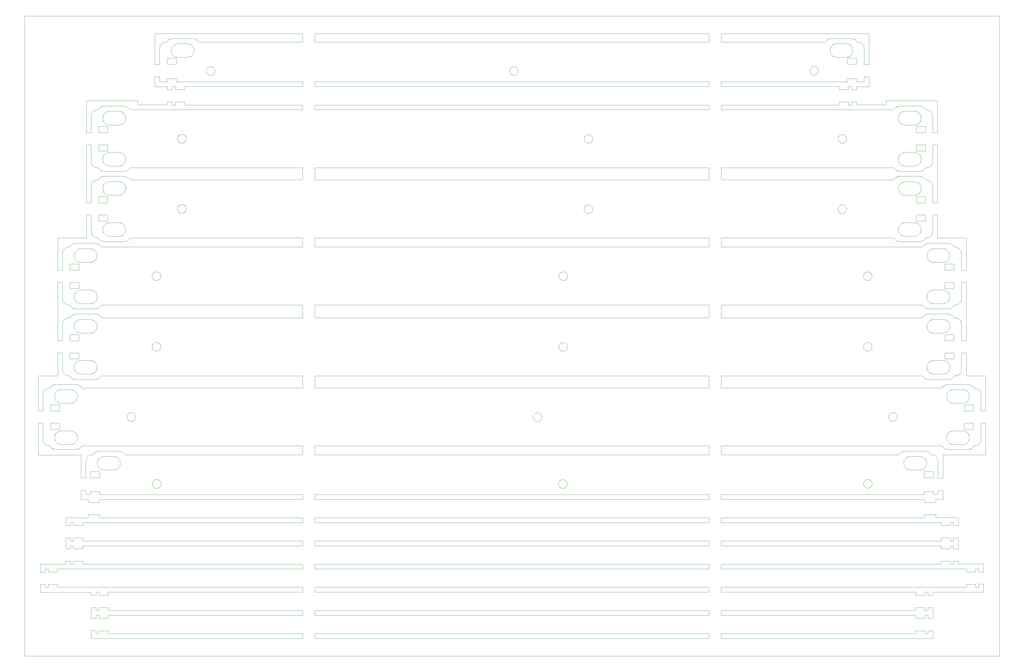
<source format=gbr>
G04 #@! TF.GenerationSoftware,KiCad,Pcbnew,(5.0.0-3-g5ebb6b6)*
G04 #@! TF.CreationDate,2019-02-22T00:56:02-08:00*
G04 #@! TF.ProjectId,Panel,50616E656C2E6B696361645F70636200,rev?*
G04 #@! TF.SameCoordinates,Original*
G04 #@! TF.FileFunction,Profile,NP*
%FSLAX45Y45*%
G04 Gerber Fmt 4.5, Leading zero omitted, Abs format (unit mm)*
G04 Created by KiCad (PCBNEW (5.0.0-3-g5ebb6b6)) date Friday, February 22, 2019 at 12:56:02 AM*
%MOMM*%
%LPD*%
G01*
G04 APERTURE LIST*
%ADD10C,0.010000*%
G04 APERTURE END LIST*
D10*
X28917357Y-4517993D02*
X28927940Y-4461553D01*
X28927940Y-4461553D02*
X28959691Y-4415691D01*
X28959691Y-4415691D02*
X29005551Y-4383940D01*
X29005551Y-4383940D02*
X29061995Y-4373359D01*
X29061995Y-4373359D02*
X29118438Y-4383940D01*
X29118438Y-4383940D02*
X29164299Y-4415691D01*
X29164299Y-4415691D02*
X29196050Y-4461553D01*
X29196050Y-4461553D02*
X29206633Y-4517993D01*
X29206633Y-4517993D02*
X29196050Y-4574441D01*
X29196050Y-4574441D02*
X29164299Y-4620303D01*
X29164299Y-4620303D02*
X29118438Y-4652050D01*
X29118438Y-4652050D02*
X29061995Y-4662635D01*
X29061995Y-4662635D02*
X29005551Y-4652050D01*
X29005551Y-4652050D02*
X28959691Y-4620303D01*
X28959691Y-4620303D02*
X28927940Y-4574441D01*
X28927940Y-4574441D02*
X28917357Y-4517993D01*
X8459068Y-9049780D02*
X8448485Y-9106223D01*
X5185290Y-8852225D02*
X5185290Y-6947225D01*
X5336984Y-8852225D02*
X5185290Y-8852225D01*
X5336984Y-8301892D02*
X5336984Y-8852225D01*
X5347567Y-8238391D02*
X5336984Y-8301892D01*
X5375789Y-8181943D02*
X5347567Y-8238391D01*
X5421652Y-8136084D02*
X5375789Y-8181943D01*
X5478095Y-8107865D02*
X5421652Y-8136084D01*
X5541595Y-8097279D02*
X5478095Y-8107865D01*
X5573346Y-8097279D02*
X5541595Y-8097279D01*
X5587456Y-8069056D02*
X5573346Y-8097279D01*
X5636845Y-8019670D02*
X5587456Y-8069056D01*
X5700345Y-7987919D02*
X5636845Y-8019670D01*
X5770900Y-7977338D02*
X5700345Y-7987919D01*
X6416483Y-7977338D02*
X5770900Y-7977338D01*
X6487039Y-7987919D02*
X6416483Y-7977338D01*
X6550541Y-8019670D02*
X6487039Y-7987919D01*
X6599928Y-8069056D02*
X6550541Y-8019670D01*
X6614040Y-8097279D02*
X6599928Y-8069056D01*
X12283289Y-8097279D02*
X6614040Y-8097279D01*
X12283289Y-7698639D02*
X12283289Y-8097279D01*
X6614040Y-7698639D02*
X12283289Y-7698639D01*
X6599928Y-7726863D02*
X6614040Y-7698639D01*
X6550541Y-7776248D02*
X6599928Y-7726863D01*
X6487039Y-7807999D02*
X6550541Y-7776248D01*
X6416483Y-7818580D02*
X6487039Y-7807999D01*
X5770900Y-7818580D02*
X6416483Y-7818580D01*
X5700345Y-7807999D02*
X5770900Y-7818580D01*
X5636845Y-7776248D02*
X5700345Y-7807999D01*
X5587456Y-7726863D02*
X5636845Y-7776248D01*
X5573346Y-7698639D02*
X5587456Y-7726863D01*
X5541595Y-7698639D02*
X5573346Y-7698639D01*
X5478095Y-7688054D02*
X5541595Y-7698639D01*
X5421652Y-7659834D02*
X5478095Y-7688054D01*
X5375789Y-7613976D02*
X5421652Y-7659834D01*
X5347567Y-7557528D02*
X5375789Y-7613976D01*
X5336984Y-7497557D02*
X5347567Y-7557528D01*
X5336984Y-6947225D02*
X5336984Y-7497557D01*
X5185290Y-6947225D02*
X5336984Y-6947225D01*
X6469400Y-6072334D02*
X6458817Y-6142890D01*
X6458817Y-6001779D02*
X6469400Y-6072334D01*
X6427066Y-5938281D02*
X6458817Y-6001779D01*
X6377679Y-5888891D02*
X6427066Y-5938281D01*
X6314179Y-5857141D02*
X6377679Y-5888891D01*
X6243623Y-5846556D02*
X6314179Y-5857141D01*
X5943762Y-5846556D02*
X6243623Y-5846556D01*
X5873207Y-5857141D02*
X5943762Y-5846556D01*
X5809705Y-5888891D02*
X5873207Y-5857141D01*
X5760317Y-5938281D02*
X5809705Y-5888891D01*
X5728567Y-6001779D02*
X5760317Y-5938281D01*
X5717984Y-6072334D02*
X5728567Y-6001779D01*
X5728567Y-6142890D02*
X5717984Y-6072334D01*
X5760317Y-6206387D02*
X5728567Y-6142890D01*
X5809705Y-6255781D02*
X5760317Y-6206387D01*
X5873207Y-6287528D02*
X5809705Y-6255781D01*
X5943762Y-6298113D02*
X5873207Y-6287528D01*
X6243623Y-6298113D02*
X5943762Y-6298113D01*
X6314179Y-6287528D02*
X6243623Y-6298113D01*
X6377679Y-6255781D02*
X6314179Y-6287528D01*
X6427066Y-6206387D02*
X6377679Y-6255781D01*
X6458817Y-6142890D02*
X6427066Y-6206387D01*
X5717984Y-7419948D02*
X5728567Y-7349392D01*
X5728567Y-7490503D02*
X5717984Y-7419948D01*
X5760317Y-7554001D02*
X5728567Y-7490503D01*
X5809705Y-7603391D02*
X5760317Y-7554001D01*
X5873207Y-7635137D02*
X5809705Y-7603391D01*
X5943762Y-7645722D02*
X5873207Y-7635137D01*
X6243623Y-7645722D02*
X5943762Y-7645722D01*
X6314179Y-7635137D02*
X6243623Y-7645722D01*
X6377679Y-7603391D02*
X6314179Y-7635137D01*
X6427066Y-7554001D02*
X6377679Y-7603391D01*
X6458817Y-7490503D02*
X6427066Y-7554001D01*
X6469400Y-7419948D02*
X6458817Y-7490503D01*
X6458817Y-7349392D02*
X6469400Y-7419948D01*
X6427066Y-7285891D02*
X6458817Y-7349392D01*
X6377679Y-7236501D02*
X6427066Y-7285891D01*
X6314179Y-7204750D02*
X6377679Y-7236501D01*
X6243623Y-7194169D02*
X6314179Y-7204750D01*
X5943762Y-7194169D02*
X6243623Y-7194169D01*
X5873207Y-7204750D02*
X5943762Y-7194169D01*
X5809705Y-7236501D02*
X5873207Y-7204750D01*
X5760317Y-7285891D02*
X5809705Y-7236501D01*
X5728567Y-7349392D02*
X5760317Y-7285891D01*
X5880263Y-6345733D02*
X5880263Y-6545057D01*
X5580402Y-6345733D02*
X5880263Y-6345733D01*
X5580402Y-6545057D02*
X5580402Y-6345733D01*
X5880263Y-6545057D02*
X5580402Y-6545057D01*
X5580402Y-7146541D02*
X5580402Y-6947225D01*
X5880263Y-7146541D02*
X5580402Y-7146541D01*
X5880263Y-6947225D02*
X5880263Y-7146541D01*
X5580402Y-6947225D02*
X5880263Y-6947225D01*
X8448485Y-6689695D02*
X8459068Y-6746139D01*
X8416734Y-6643837D02*
X8448485Y-6689695D01*
X8370873Y-6612082D02*
X8416734Y-6643837D01*
X8314429Y-6601501D02*
X8370873Y-6612082D01*
X8257984Y-6612082D02*
X8314429Y-6601501D01*
X8212123Y-6643837D02*
X8257984Y-6612082D01*
X8180374Y-6689695D02*
X8212123Y-6643837D01*
X8169791Y-6746139D02*
X8180374Y-6689695D01*
X8180374Y-6802587D02*
X8169791Y-6746139D01*
X8212123Y-6848445D02*
X8180374Y-6802587D01*
X8257984Y-6880196D02*
X8212123Y-6848445D01*
X33897874Y-12828029D02*
X33880233Y-12764531D01*
X33897874Y-13374834D02*
X33897874Y-12828029D01*
X34053095Y-13374834D02*
X33897874Y-13374834D01*
X34053095Y-11455722D02*
X34053095Y-13374834D01*
X33897874Y-11455722D02*
X34053095Y-11455722D01*
X33897874Y-12006059D02*
X33897874Y-11455722D01*
X33887292Y-12066029D02*
X33897874Y-12006059D01*
X33859070Y-12122473D02*
X33887292Y-12066029D01*
X33813209Y-12168332D02*
X33859070Y-12122473D01*
X33756765Y-12196556D02*
X33813209Y-12168332D01*
X33696793Y-12207141D02*
X33756765Y-12196556D01*
X33665042Y-12207141D02*
X33696793Y-12207141D01*
X33650930Y-12235360D02*
X33665042Y-12207141D01*
X33601540Y-12284750D02*
X33650930Y-12235360D01*
X33538041Y-12316497D02*
X33601540Y-12284750D01*
X33467485Y-12327082D02*
X33538041Y-12316497D01*
X32821902Y-12327082D02*
X33467485Y-12327082D01*
X32751347Y-12316497D02*
X32821902Y-12327082D01*
X32687847Y-12284750D02*
X32751347Y-12316497D01*
X32638457Y-12235360D02*
X32687847Y-12284750D01*
X32624345Y-12207141D02*
X32638457Y-12235360D01*
X26015177Y-12207141D02*
X32624345Y-12207141D01*
X26015177Y-12623420D02*
X26015177Y-12207141D01*
X32617287Y-12623420D02*
X26015177Y-12623420D01*
X32631399Y-12595196D02*
X32617287Y-12623420D01*
X32680789Y-12545811D02*
X32631399Y-12595196D01*
X32744288Y-12514060D02*
X32680789Y-12545811D01*
X32814844Y-12503479D02*
X32744288Y-12514060D01*
X33460427Y-12503479D02*
X32814844Y-12503479D01*
X33530982Y-12514060D02*
X33460427Y-12503479D01*
X33594482Y-12545811D02*
X33530982Y-12514060D01*
X33643872Y-12595196D02*
X33594482Y-12545811D01*
X33657984Y-12623420D02*
X33643872Y-12595196D01*
X33689735Y-12623420D02*
X33657984Y-12623420D01*
X33749707Y-12634005D02*
X33689735Y-12623420D01*
X33806151Y-12662225D02*
X33749707Y-12634005D01*
X33852012Y-12708083D02*
X33806151Y-12662225D01*
X33880233Y-12764531D02*
X33852012Y-12708083D01*
X26015177Y-18426615D02*
X32680791Y-18426615D01*
X26015177Y-18585365D02*
X26015177Y-18426615D01*
X32684316Y-18585365D02*
X26015177Y-18585365D01*
X32684316Y-18687667D02*
X32684316Y-18585365D01*
X33291096Y-13127894D02*
X32991235Y-13127894D01*
X33361652Y-13117309D02*
X33291096Y-13127894D01*
X33425151Y-13085558D02*
X33361652Y-13117309D01*
X33474541Y-13036168D02*
X33425151Y-13085558D01*
X33506292Y-12972667D02*
X33474541Y-13036168D01*
X33516875Y-12902111D02*
X33506292Y-12972667D01*
X33506292Y-12831556D02*
X33516875Y-12902111D01*
X33474541Y-12768058D02*
X33506292Y-12831556D01*
X33425151Y-12718668D02*
X33474541Y-12768058D01*
X33361652Y-12686917D02*
X33425151Y-12718668D01*
X33291096Y-12676337D02*
X33361652Y-12686917D01*
X32991235Y-12676337D02*
X33291096Y-12676337D01*
X32920679Y-12686917D02*
X32991235Y-12676337D01*
X32857180Y-12718668D02*
X32920679Y-12686917D01*
X32807790Y-12768058D02*
X32857180Y-12718668D01*
X32776039Y-12831556D02*
X32807790Y-12768058D01*
X32765456Y-12902111D02*
X32776039Y-12831556D01*
X32776039Y-12972667D02*
X32765456Y-12902111D01*
X32807790Y-13036168D02*
X32776039Y-12972667D01*
X32857180Y-13085558D02*
X32807790Y-13036168D01*
X32920679Y-13117309D02*
X32857180Y-13085558D01*
X32991235Y-13127894D02*
X32920679Y-13117309D01*
X35150233Y-2724472D02*
X11681928Y-2724472D01*
X35150233Y-23725335D02*
X35150233Y-2724472D01*
X3149762Y-23725335D02*
X35150233Y-23725335D01*
X3149762Y-2724472D02*
X3149762Y-23725335D01*
X19077679Y-4580087D02*
X19067096Y-4523639D01*
X19109430Y-4625945D02*
X19077679Y-4580087D01*
X19155290Y-4657696D02*
X19109430Y-4625945D01*
X19211734Y-4668277D02*
X19155290Y-4657696D01*
X19268177Y-4657696D02*
X19211734Y-4668277D01*
X19314038Y-4625945D02*
X19268177Y-4657696D01*
X19345789Y-4580087D02*
X19314038Y-4625945D01*
X19356372Y-4523639D02*
X19345789Y-4580087D01*
X19345789Y-4467195D02*
X19356372Y-4523639D01*
X19314038Y-4421337D02*
X19345789Y-4467195D01*
X19268177Y-4389582D02*
X19314038Y-4421337D01*
X19211734Y-4379001D02*
X19268177Y-4389582D01*
X19155290Y-4389582D02*
X19211734Y-4379001D01*
X19109430Y-4421337D02*
X19155290Y-4389582D01*
X19077679Y-4467195D02*
X19109430Y-4421337D01*
X19067096Y-4523639D02*
X19077679Y-4467195D01*
X12681928Y-4876417D02*
X25616539Y-4876417D01*
X12681928Y-5035167D02*
X12681928Y-4876417D01*
X25616539Y-5035167D02*
X12681928Y-5035167D01*
X25616539Y-4876417D02*
X25616539Y-5035167D01*
X25616539Y-12623420D02*
X12681928Y-12623420D01*
X25616539Y-12207141D02*
X25616539Y-12623420D01*
X12681928Y-12207141D02*
X25616539Y-12207141D01*
X12681928Y-12623420D02*
X12681928Y-12207141D01*
X20700456Y-13635891D02*
X20689874Y-13579447D01*
X20732207Y-13681753D02*
X20700456Y-13635891D01*
X20778068Y-13713500D02*
X20732207Y-13681753D01*
X20834512Y-13724085D02*
X20778068Y-13713500D01*
X20890955Y-13713500D02*
X20834512Y-13724085D01*
X20936816Y-13681753D02*
X20890955Y-13713500D01*
X20968567Y-13635891D02*
X20936816Y-13681753D01*
X20979150Y-13579447D02*
X20968567Y-13635891D01*
X20968567Y-13523003D02*
X20979150Y-13579447D01*
X20936816Y-13477141D02*
X20968567Y-13523003D01*
X20890955Y-13445394D02*
X20936816Y-13477141D01*
X20834512Y-13434809D02*
X20890955Y-13445394D01*
X20778068Y-13445394D02*
X20834512Y-13434809D01*
X20732207Y-13477141D02*
X20778068Y-13445394D01*
X20700456Y-13523003D02*
X20732207Y-13477141D01*
X20689874Y-13579447D02*
X20700456Y-13523003D01*
X25616539Y-14927061D02*
X12681928Y-14927061D01*
X25616539Y-14528416D02*
X25616539Y-14927061D01*
X12681928Y-14528416D02*
X25616539Y-14528416D01*
X12681928Y-14927061D02*
X12681928Y-14528416D01*
X19846734Y-15943058D02*
X19836151Y-15886615D01*
X19878485Y-15988917D02*
X19846734Y-15943058D01*
X19924345Y-16020672D02*
X19878485Y-15988917D01*
X19980789Y-16031253D02*
X19924345Y-16020672D01*
X20037233Y-16020672D02*
X19980789Y-16031253D01*
X20083093Y-15988917D02*
X20037233Y-16020672D01*
X20114844Y-15943058D02*
X20083093Y-15988917D01*
X20125427Y-15886615D02*
X20114844Y-15943058D01*
X20114844Y-15830171D02*
X20125427Y-15886615D01*
X20083093Y-15784312D02*
X20114844Y-15830171D01*
X20037233Y-15752557D02*
X20083093Y-15784312D01*
X19980789Y-15741976D02*
X20037233Y-15752557D01*
X19924345Y-15752557D02*
X19980789Y-15741976D01*
X19878485Y-15784312D02*
X19924345Y-15752557D01*
X19846734Y-15830171D02*
X19878485Y-15784312D01*
X19836151Y-15886615D02*
X19846734Y-15830171D01*
X25616539Y-17121337D02*
X12681928Y-17121337D01*
X25616539Y-16828530D02*
X25616539Y-17121337D01*
X12681928Y-16828530D02*
X25616539Y-16828530D01*
X12681928Y-17121337D02*
X12681928Y-16828530D01*
X20679291Y-18133807D02*
X20668708Y-18077364D01*
X20711042Y-18179670D02*
X20679291Y-18133807D01*
X20756902Y-18211417D02*
X20711042Y-18179670D01*
X20813346Y-18222002D02*
X20756902Y-18211417D01*
X20869789Y-18211417D02*
X20813346Y-18222002D01*
X20915650Y-18179670D02*
X20869789Y-18211417D01*
X20947401Y-18133807D02*
X20915650Y-18179670D01*
X20957984Y-18077364D02*
X20947401Y-18133807D01*
X20947401Y-18020920D02*
X20957984Y-18077364D01*
X20915650Y-17975057D02*
X20947401Y-18020920D01*
X31915261Y-7603391D02*
X31865871Y-7554001D01*
X31978760Y-7635137D02*
X31915261Y-7603391D01*
X32049316Y-7645722D02*
X31978760Y-7635137D01*
X32349177Y-7645722D02*
X32049316Y-7645722D01*
X32419732Y-7635137D02*
X32349177Y-7645722D01*
X32483232Y-7603391D02*
X32419732Y-7635137D01*
X32532622Y-7554001D02*
X32483232Y-7603391D01*
X32564373Y-7490503D02*
X32532622Y-7554001D01*
X32574956Y-7419948D02*
X32564373Y-7490503D01*
X32564373Y-7349392D02*
X32574956Y-7419948D01*
X32532622Y-7285891D02*
X32564373Y-7349392D01*
X32483232Y-7236501D02*
X32532622Y-7285891D01*
X32419732Y-7204750D02*
X32483232Y-7236501D01*
X32349177Y-7194169D02*
X32419732Y-7204750D01*
X32049316Y-7194169D02*
X32349177Y-7194169D01*
X31978760Y-7204750D02*
X32049316Y-7194169D01*
X31915261Y-7236501D02*
X31978760Y-7204750D01*
X31865871Y-7285891D02*
X31915261Y-7236501D01*
X31834120Y-7349392D02*
X31865871Y-7285891D01*
X32578485Y-6072334D02*
X32567902Y-6142890D01*
X32567902Y-6001779D02*
X32578485Y-6072334D01*
X32536151Y-5938281D02*
X32567902Y-6001779D01*
X32486761Y-5888891D02*
X32536151Y-5938281D01*
X32423261Y-5857141D02*
X32486761Y-5888891D01*
X32352706Y-5846556D02*
X32423261Y-5857141D01*
X32052845Y-5846556D02*
X32352706Y-5846556D01*
X31982289Y-5857141D02*
X32052845Y-5846556D01*
X31918790Y-5888891D02*
X31982289Y-5857141D01*
X31869400Y-5938281D02*
X31918790Y-5888891D01*
X31837649Y-6001779D02*
X31869400Y-5938281D01*
X31827066Y-6072334D02*
X31837649Y-6001779D01*
X31837649Y-6142890D02*
X31827066Y-6072334D01*
X31869400Y-6206387D02*
X31837649Y-6142890D01*
X31918790Y-6255781D02*
X31869400Y-6206387D01*
X31982289Y-6287528D02*
X31918790Y-6255781D01*
X32052845Y-6298113D02*
X31982289Y-6287528D01*
X32352706Y-6298113D02*
X32052845Y-6298113D01*
X32423261Y-6287528D02*
X32352706Y-6298113D01*
X32486761Y-6255781D02*
X32423261Y-6287528D01*
X32536151Y-6206387D02*
X32486761Y-6255781D01*
X32567902Y-6142890D02*
X32536151Y-6206387D01*
X32416208Y-6945455D02*
X32716069Y-6945455D01*
X32416208Y-7146545D02*
X32416208Y-6945455D01*
X32716069Y-7146545D02*
X32416208Y-7146545D01*
X32716069Y-6945455D02*
X32716069Y-7146545D01*
X32716069Y-6345737D02*
X32716069Y-6545057D01*
X32416208Y-6345737D02*
X32716069Y-6345737D01*
X32416208Y-6545057D02*
X32416208Y-6345737D01*
X32716069Y-6545057D02*
X32416208Y-6545057D01*
X29855040Y-6809641D02*
X29844457Y-6753193D01*
X29886791Y-6855503D02*
X29855040Y-6809641D01*
X29932651Y-6887250D02*
X29886791Y-6855503D01*
X29989095Y-6897835D02*
X29932651Y-6887250D01*
X30045538Y-6887250D02*
X29989095Y-6897835D01*
X30091399Y-6855503D02*
X30045538Y-6887250D01*
X30123150Y-6809641D02*
X30091399Y-6855503D01*
X30133733Y-6753193D02*
X30123150Y-6809641D01*
X30123150Y-6696753D02*
X30133733Y-6753193D01*
X30091399Y-6650891D02*
X30123150Y-6696753D01*
X30045538Y-6619140D02*
X30091399Y-6650891D01*
X29989095Y-6608559D02*
X30045538Y-6619140D01*
X29932651Y-6619140D02*
X29989095Y-6608559D01*
X29886791Y-6650891D02*
X29932651Y-6619140D01*
X29855040Y-6696753D02*
X29886791Y-6650891D01*
X29844457Y-6753193D02*
X29855040Y-6696753D01*
X26015177Y-7698639D02*
X31682426Y-7698639D01*
X26015177Y-8097279D02*
X26015177Y-7698639D01*
X31675372Y-8097279D02*
X26015177Y-8097279D01*
X31689484Y-8069056D02*
X31675372Y-8097279D01*
X31738874Y-8019670D02*
X31689484Y-8069056D01*
X31802373Y-7987919D02*
X31738874Y-8019670D01*
X31872929Y-7977338D02*
X31802373Y-7987919D01*
X32518512Y-7977338D02*
X31872929Y-7977338D01*
X32589067Y-7987919D02*
X32518512Y-7977338D01*
X32652567Y-8019670D02*
X32589067Y-7987919D01*
X32701957Y-8069056D02*
X32652567Y-8019670D01*
X32716069Y-8097279D02*
X32701957Y-8069056D01*
X32747820Y-8097279D02*
X32716069Y-8097279D01*
X32811319Y-8107865D02*
X32747820Y-8097279D01*
X32867763Y-8136084D02*
X32811319Y-8107865D01*
X32913623Y-8181943D02*
X32867763Y-8136084D01*
X32941845Y-8238391D02*
X32913623Y-8181943D01*
X32959482Y-8301892D02*
X32941845Y-8238391D01*
X32959482Y-8848698D02*
X32959482Y-8301892D01*
X33111178Y-8848698D02*
X32959482Y-8848698D01*
X33111178Y-6943698D02*
X33111178Y-8848698D01*
X32959482Y-6943698D02*
X33111178Y-6943698D01*
X32959482Y-7497557D02*
X32959482Y-6943698D01*
X32948899Y-7557528D02*
X32959482Y-7497557D01*
X32920677Y-7613976D02*
X32948899Y-7557528D01*
X32874817Y-7659834D02*
X32920677Y-7613976D01*
X32818373Y-7688054D02*
X32874817Y-7659834D01*
X32754873Y-7698639D02*
X32818373Y-7688054D01*
X32723123Y-7698639D02*
X32754873Y-7698639D01*
X32709011Y-7726863D02*
X32723123Y-7698639D01*
X32659621Y-7776248D02*
X32709011Y-7726863D01*
X32596121Y-7807999D02*
X32659621Y-7776248D01*
X32525566Y-7818580D02*
X32596121Y-7807999D01*
X31879983Y-7818580D02*
X32525566Y-7818580D01*
X31809427Y-7807999D02*
X31879983Y-7818580D01*
X31745928Y-7776248D02*
X31809427Y-7807999D01*
X31696538Y-7726863D02*
X31745928Y-7776248D01*
X31682426Y-7698639D02*
X31696538Y-7726863D01*
X12681928Y-7698639D02*
X25616539Y-7698639D01*
X12681928Y-8097279D02*
X12681928Y-7698639D01*
X25616539Y-8097279D02*
X12681928Y-8097279D01*
X25616539Y-7698639D02*
X25616539Y-8097279D01*
X21790539Y-6696753D02*
X21801121Y-6753193D01*
X21758788Y-6650891D02*
X21790539Y-6696753D01*
X21712927Y-6619140D02*
X21758788Y-6650891D01*
X21656483Y-6608559D02*
X21712927Y-6619140D01*
X21600040Y-6619140D02*
X21656483Y-6608559D01*
X21554179Y-6650891D02*
X21600040Y-6619140D01*
X21522428Y-6696753D02*
X21554179Y-6650891D01*
X21511845Y-6753193D02*
X21522428Y-6696753D01*
X21522428Y-6809641D02*
X21511845Y-6753193D01*
X21554179Y-6855503D02*
X21522428Y-6809641D01*
X21600040Y-6887250D02*
X21554179Y-6855503D01*
X21656483Y-6897835D02*
X21600040Y-6887250D01*
X21712927Y-6887250D02*
X21656483Y-6897835D01*
X21758788Y-6855503D02*
X21712927Y-6887250D01*
X21790539Y-6809641D02*
X21758788Y-6855503D01*
X21801121Y-6753193D02*
X21790539Y-6809641D01*
X12681928Y-5638420D02*
X25616539Y-5638420D01*
X12681928Y-5793639D02*
X12681928Y-5638420D01*
X25616539Y-5793639D02*
X12681928Y-5793639D01*
X25616539Y-5638420D02*
X25616539Y-5793639D01*
X30334817Y-3849838D02*
X30324234Y-3920394D01*
X30324234Y-3779283D02*
X30334817Y-3849838D01*
X30292483Y-3715781D02*
X30324234Y-3779283D01*
X30243093Y-3666391D02*
X30292483Y-3715781D01*
X30179594Y-3634641D02*
X30243093Y-3666391D01*
X30109038Y-3624060D02*
X30179594Y-3634641D01*
X29809177Y-3624060D02*
X30109038Y-3624060D01*
X29738621Y-3634641D02*
X29809177Y-3624060D01*
X29675122Y-3666391D02*
X29738621Y-3634641D01*
X29625732Y-3715781D02*
X29675122Y-3666391D01*
X29593981Y-3779283D02*
X29625732Y-3715781D01*
X29583398Y-3849838D02*
X29593981Y-3779283D01*
X29593981Y-3920394D02*
X29583398Y-3849838D01*
X29625732Y-3983891D02*
X29593981Y-3920394D01*
X29675122Y-4033281D02*
X29625732Y-3983891D01*
X29738621Y-4065028D02*
X29675122Y-4033281D01*
X29809177Y-4075613D02*
X29738621Y-4065028D01*
X30109038Y-4075613D02*
X29809177Y-4075613D01*
X30179594Y-4065028D02*
X30109038Y-4075613D01*
X30243093Y-4033281D02*
X30179594Y-4065028D01*
X30292483Y-3983891D02*
X30243093Y-4033281D01*
X30324234Y-3920394D02*
X30292483Y-3983891D01*
X30461818Y-4103837D02*
X30461818Y-4304923D01*
X30161957Y-4103837D02*
X30461818Y-4103837D01*
X30161957Y-4304923D02*
X30161957Y-4103837D01*
X30461818Y-4304923D02*
X30161957Y-4304923D01*
X26015177Y-4876417D02*
X30161957Y-4876417D01*
X26015177Y-5035167D02*
X26015177Y-4876417D01*
X29899680Y-5035167D02*
X26015177Y-5035167D01*
X29899680Y-5135712D02*
X29899680Y-5035167D01*
X30199541Y-5135712D02*
X29899680Y-5135712D01*
X30199541Y-5035167D02*
X30199541Y-5135712D01*
X30299539Y-5035167D02*
X30199541Y-5035167D01*
X30299539Y-5137477D02*
X30299539Y-5035167D01*
X30458289Y-5137477D02*
X30299539Y-5137477D01*
X30458289Y-5038698D02*
X30458289Y-5137477D01*
X30867510Y-5038698D02*
X30458289Y-5038698D01*
X30867510Y-4707086D02*
X30867510Y-5038698D01*
X30701709Y-4707086D02*
X30867510Y-4707086D01*
X30701709Y-4876417D02*
X30701709Y-4707086D01*
X30461818Y-4876417D02*
X30701709Y-4876417D01*
X30461818Y-4775872D02*
X30461818Y-4876417D01*
X30161957Y-4775872D02*
X30461818Y-4775872D01*
X30161957Y-4876417D02*
X30161957Y-4775872D01*
X25616539Y-18426615D02*
X25616539Y-18585365D01*
X12681928Y-18426615D02*
X25616539Y-18426615D01*
X12681928Y-18585365D02*
X12681928Y-18426615D01*
X25616539Y-18585365D02*
X12681928Y-18585365D01*
X33795568Y-19446141D02*
X33633289Y-19446141D01*
X33795568Y-19178027D02*
X33795568Y-19446141D01*
X33058261Y-19178027D02*
X33795568Y-19178027D01*
X33058261Y-19089834D02*
X33058261Y-19178027D01*
X32684316Y-19089834D02*
X33058261Y-19089834D01*
X32684316Y-19185085D02*
X32684316Y-19089834D01*
X26015177Y-19185085D02*
X32684316Y-19185085D01*
X26015177Y-19347364D02*
X26015177Y-19185085D01*
X33233430Y-19347364D02*
X26015177Y-19347364D01*
X33233430Y-19446141D02*
X33233430Y-19347364D01*
X33533291Y-19446141D02*
X33233430Y-19446141D01*
X33533291Y-19347364D02*
X33533291Y-19446141D01*
X33633289Y-19347364D02*
X33533291Y-19347364D01*
X33633289Y-19446141D02*
X33633289Y-19347364D01*
X25616539Y-20109363D02*
X12681928Y-20109363D01*
X25616539Y-19947086D02*
X25616539Y-20109363D01*
X12681928Y-19947086D02*
X25616539Y-19947086D01*
X12681928Y-20109363D02*
X12681928Y-19947086D01*
X4504427Y-19844780D02*
X4663177Y-19844780D01*
X4504427Y-20208140D02*
X4504427Y-19844780D01*
X5063039Y-20208140D02*
X4763178Y-20208140D01*
X5063039Y-20109363D02*
X5063039Y-20208140D01*
X12283289Y-20109363D02*
X5063039Y-20109363D01*
X20679291Y-18020920D02*
X20711042Y-17975057D01*
X20668708Y-18077364D02*
X20679291Y-18020920D01*
X12283289Y-19947086D02*
X12283289Y-20109363D01*
X5063039Y-19947086D02*
X12283289Y-19947086D01*
X5063039Y-19848306D02*
X5063039Y-19947086D01*
X4763178Y-19848306D02*
X5063039Y-19848306D01*
X4763178Y-19947086D02*
X4763178Y-19848306D01*
X4663177Y-19947086D02*
X4763178Y-19947086D01*
X4663177Y-19844780D02*
X4663177Y-19947086D01*
X12681928Y-19347364D02*
X12681928Y-19185085D01*
X25616539Y-19347364D02*
X12681928Y-19347364D01*
X25616539Y-19185085D02*
X25616539Y-19347364D01*
X12681928Y-19185085D02*
X25616539Y-19185085D01*
X4504427Y-19185085D02*
X5241734Y-19185085D01*
X4504427Y-19446141D02*
X4504427Y-19185085D01*
X4663177Y-19446141D02*
X4504427Y-19446141D01*
X4663177Y-19347364D02*
X4663177Y-19446141D01*
X4763178Y-19347364D02*
X4663177Y-19347364D01*
X4763178Y-19446139D02*
X4763178Y-19347364D01*
X5063039Y-19446139D02*
X4763178Y-19446139D01*
X5063039Y-19347364D02*
X5063039Y-19446139D01*
X12283289Y-19347364D02*
X5063039Y-19347364D01*
X12283289Y-19185085D02*
X12283289Y-19347364D01*
X5612150Y-19185085D02*
X12283289Y-19185085D01*
X5612150Y-19086307D02*
X5612150Y-19185085D01*
X5241734Y-19086307D02*
X5612150Y-19086307D01*
X5241734Y-19185085D02*
X5241734Y-19086307D01*
X20869789Y-17943311D02*
X20915650Y-17975057D01*
X20813346Y-17932726D02*
X20869789Y-17943311D01*
X20756902Y-17943311D02*
X20813346Y-17932726D01*
X20711042Y-17975057D02*
X20756902Y-17943311D01*
X32754873Y-17396501D02*
X32744291Y-17467056D01*
X32744291Y-17325945D02*
X32754873Y-17396501D01*
X32712540Y-17262448D02*
X32744291Y-17325945D01*
X32663150Y-17213054D02*
X32712540Y-17262448D01*
X32599650Y-17181307D02*
X32663150Y-17213054D01*
X32529095Y-17170722D02*
X32599650Y-17181307D01*
X32229234Y-17170722D02*
X32529095Y-17170722D01*
X32158678Y-17181307D02*
X32229234Y-17170722D01*
X32095179Y-17213054D02*
X32158678Y-17181307D01*
X32045789Y-17262448D02*
X32095179Y-17213054D01*
X32014038Y-17325945D02*
X32045789Y-17262448D01*
X32003455Y-17396501D02*
X32014038Y-17325945D01*
X32014038Y-17467056D02*
X32003455Y-17396501D01*
X32045789Y-17530554D02*
X32014038Y-17467056D01*
X32095179Y-17579948D02*
X32045789Y-17530554D01*
X32158678Y-17611694D02*
X32095179Y-17579948D01*
X32229234Y-17622280D02*
X32158678Y-17611694D01*
X32529095Y-17622280D02*
X32229234Y-17622280D01*
X32599650Y-17611694D02*
X32529095Y-17622280D01*
X32663150Y-17579948D02*
X32599650Y-17611694D01*
X32712540Y-17530554D02*
X32663150Y-17579948D01*
X32744291Y-17467056D02*
X32712540Y-17530554D01*
X32980652Y-17671665D02*
X32980652Y-17872751D01*
X32680791Y-17671665D02*
X32980652Y-17671665D01*
X32680791Y-17872751D02*
X32680791Y-17671665D01*
X32980652Y-17872751D02*
X32680791Y-17872751D01*
X30691123Y-18126753D02*
X30680541Y-18070306D01*
X30722874Y-18172612D02*
X30691123Y-18126753D01*
X30768735Y-18204363D02*
X30722874Y-18172612D01*
X30825179Y-18214948D02*
X30768735Y-18204363D01*
X30881622Y-18204363D02*
X30825179Y-18214948D01*
X30927483Y-18172612D02*
X30881622Y-18204363D01*
X30959234Y-18126753D02*
X30927483Y-18172612D01*
X30969817Y-18070306D02*
X30959234Y-18126753D01*
X30959234Y-18013866D02*
X30969817Y-18070306D01*
X4763178Y-20709085D02*
X4763178Y-20610308D01*
X4663177Y-20709085D02*
X4763178Y-20709085D01*
X4663177Y-20606779D02*
X4663177Y-20709085D01*
X4504427Y-20606779D02*
X4663177Y-20606779D01*
X4504427Y-20712612D02*
X4504427Y-20606779D01*
X3671873Y-20712612D02*
X4504427Y-20712612D01*
X3671873Y-20973668D02*
X3671873Y-20712612D01*
X3830623Y-20973668D02*
X3671873Y-20973668D01*
X3830623Y-20867835D02*
X3830623Y-20973668D01*
X3930623Y-20867835D02*
X3830623Y-20867835D01*
X3930623Y-20966612D02*
X3930623Y-20867835D01*
X4230484Y-20966612D02*
X3930623Y-20966612D01*
X4230484Y-20867835D02*
X4230484Y-20966612D01*
X25616539Y-20867835D02*
X12681928Y-20867835D01*
X25616539Y-20709085D02*
X25616539Y-20867835D01*
X12681928Y-20709085D02*
X25616539Y-20709085D01*
X12681928Y-20867835D02*
X12681928Y-20709085D01*
X25616539Y-21629834D02*
X12681928Y-21629834D01*
X25616539Y-21467557D02*
X25616539Y-21629834D01*
X12681928Y-21467557D02*
X25616539Y-21467557D01*
X12681928Y-21629834D02*
X12681928Y-21467557D01*
X12681928Y-22391835D02*
X12681928Y-22229556D01*
X25616539Y-22391835D02*
X12681928Y-22391835D01*
X25616539Y-22229556D02*
X25616539Y-22391835D01*
X12681928Y-22229556D02*
X25616539Y-22229556D01*
X12283289Y-22391835D02*
X5899123Y-22391835D01*
X12283289Y-22229556D02*
X12283289Y-22391835D01*
X5899123Y-22229556D02*
X12283289Y-22229556D01*
X5899123Y-22134306D02*
X5899123Y-22229556D01*
X5599261Y-22134306D02*
X5899123Y-22134306D01*
X5599261Y-22229556D02*
X5599261Y-22134306D01*
X5499261Y-22229556D02*
X5599261Y-22229556D01*
X5499261Y-22130779D02*
X5499261Y-22229556D01*
X5340513Y-22130779D02*
X5499261Y-22130779D01*
X5340513Y-22490613D02*
X5340513Y-22130779D01*
X5499261Y-22490613D02*
X5340513Y-22490613D01*
X5499261Y-22391835D02*
X5499261Y-22490613D01*
X5599261Y-22391835D02*
X5499261Y-22391835D01*
X5599261Y-22490613D02*
X5599261Y-22391835D01*
X5899123Y-22490613D02*
X5599261Y-22490613D01*
X5899123Y-22391835D02*
X5899123Y-22490613D01*
X33633289Y-20109363D02*
X33533291Y-20109363D01*
X33633289Y-20208142D02*
X33633289Y-20109363D01*
X33795568Y-20208142D02*
X33633289Y-20208142D01*
X33795568Y-19848309D02*
X33795568Y-20208142D01*
X33633289Y-19848309D02*
X33795568Y-19848309D01*
X33633289Y-19947086D02*
X33633289Y-19848309D01*
X33533291Y-19947086D02*
X33633289Y-19947086D01*
X33533291Y-19848309D02*
X33533291Y-19947086D01*
X33233430Y-19848309D02*
X33533291Y-19848309D01*
X33233430Y-19947086D02*
X33233430Y-19848309D01*
X7622984Y-18013866D02*
X7633567Y-18070306D01*
X7591235Y-17968003D02*
X7622984Y-18013866D01*
X7545374Y-17936253D02*
X7591235Y-17968003D01*
X7488929Y-17925672D02*
X7545374Y-17936253D01*
X7467763Y-17929194D02*
X7488929Y-17925672D01*
X7446595Y-17932726D02*
X7467763Y-17929194D01*
X7425429Y-17939780D02*
X7446595Y-17932726D01*
X7407790Y-17950365D02*
X7425429Y-17939780D01*
X7379568Y-17975057D02*
X7407790Y-17950365D01*
X7358400Y-18003281D02*
X7379568Y-17975057D01*
X7344291Y-18038559D02*
X7358400Y-18003281D01*
X7340761Y-18077359D02*
X7344291Y-18038559D01*
X5552178Y-17467056D02*
X5541595Y-17396501D01*
X5583929Y-17530554D02*
X5552178Y-17467056D01*
X5633316Y-17579948D02*
X5583929Y-17530554D01*
X5696818Y-17611694D02*
X5633316Y-17579948D01*
X5767373Y-17622280D02*
X5696818Y-17611694D01*
X6067235Y-17622280D02*
X5767373Y-17622280D01*
X6137790Y-17611694D02*
X6067235Y-17622280D01*
X6201290Y-17579948D02*
X6137790Y-17611694D01*
X6250677Y-17530554D02*
X6201290Y-17579948D01*
X6282428Y-17467056D02*
X6250677Y-17530554D01*
X6293011Y-17396501D02*
X6282428Y-17467056D01*
X6282428Y-17325945D02*
X6293011Y-17396501D01*
X6250677Y-17262448D02*
X6282428Y-17325945D01*
X6201290Y-17213054D02*
X6250677Y-17262448D01*
X6137790Y-17181307D02*
X6201290Y-17213054D01*
X6067235Y-17170722D02*
X6137790Y-17181307D01*
X30927483Y-17968003D02*
X30959234Y-18013866D01*
X30881622Y-17936253D02*
X30927483Y-17968003D01*
X30825179Y-17925672D02*
X30881622Y-17936253D01*
X30768735Y-17936253D02*
X30825179Y-17925672D01*
X30722874Y-17968003D02*
X30768735Y-17936253D01*
X30691123Y-18013866D02*
X30722874Y-17968003D01*
X30680541Y-18070306D02*
X30691123Y-18013866D01*
X33654457Y-13374834D02*
X33354596Y-13374834D01*
X33654457Y-13175518D02*
X33654457Y-13374834D01*
X33354596Y-13175518D02*
X33654457Y-13175518D01*
X33354596Y-13374834D02*
X33354596Y-13175518D01*
X33654457Y-13976326D02*
X33354596Y-13976326D01*
X33654457Y-13777002D02*
X33654457Y-13976326D01*
X33354596Y-13777002D02*
X33654457Y-13777002D01*
X33354596Y-13976326D02*
X33354596Y-13777002D01*
X32765454Y-14249725D02*
X32776037Y-14179169D01*
X32776037Y-14320280D02*
X32765454Y-14249725D01*
X32807788Y-14383778D02*
X32776037Y-14320280D01*
X32857178Y-14433172D02*
X32807788Y-14383778D01*
X32920677Y-14464918D02*
X32857178Y-14433172D01*
X32991233Y-14475503D02*
X32920677Y-14464918D01*
X33291094Y-14475503D02*
X32991233Y-14475503D01*
X33361650Y-14464918D02*
X33291094Y-14475503D01*
X33425149Y-14433172D02*
X33361650Y-14464918D01*
X33474539Y-14383778D02*
X33425149Y-14433172D01*
X33506290Y-14320280D02*
X33474539Y-14383778D01*
X33516873Y-14249725D02*
X33506290Y-14320280D01*
X33506290Y-14179169D02*
X33516873Y-14249725D01*
X33474539Y-14115672D02*
X33506290Y-14179169D01*
X33425149Y-14066278D02*
X33474539Y-14115672D01*
X33361650Y-14034531D02*
X33425149Y-14066278D01*
X33291094Y-14023946D02*
X33361650Y-14034531D01*
X32991233Y-14023946D02*
X33291094Y-14023946D01*
X32920677Y-14034531D02*
X32991233Y-14023946D01*
X32857178Y-14066278D02*
X32920677Y-14034531D01*
X32807788Y-14115672D02*
X32857178Y-14066278D01*
X32776037Y-14179169D02*
X32807788Y-14115672D01*
X8314429Y-6890777D02*
X8257984Y-6880196D01*
X8370873Y-6880196D02*
X8314429Y-6890777D01*
X8416734Y-6848445D02*
X8370873Y-6880196D01*
X8448485Y-6802587D02*
X8416734Y-6848445D01*
X8459068Y-6746139D02*
X8448485Y-6802587D01*
X5185290Y-6545057D02*
X5185290Y-5495961D01*
X5336984Y-6545057D02*
X5185290Y-6545057D01*
X5336984Y-5994725D02*
X5336984Y-6545057D01*
X5347567Y-5934750D02*
X5336984Y-5994725D01*
X5375789Y-5878306D02*
X5347567Y-5934750D01*
X5421652Y-5832448D02*
X5375789Y-5878306D01*
X5478095Y-5804224D02*
X5421652Y-5832448D01*
X5541595Y-5793639D02*
X5478095Y-5804224D01*
X5573346Y-5793639D02*
X5541595Y-5793639D01*
X5587456Y-5765419D02*
X5573346Y-5793639D01*
X5636845Y-5716029D02*
X5587456Y-5765419D01*
X5700345Y-5684283D02*
X5636845Y-5716029D01*
X5770900Y-5673698D02*
X5700345Y-5684283D01*
X6416483Y-5673698D02*
X5770900Y-5673698D01*
X6487039Y-5684283D02*
X6416483Y-5673698D01*
X6550541Y-5716029D02*
X6487039Y-5684283D01*
X6599928Y-5765419D02*
X6550541Y-5716029D01*
X6614040Y-5793639D02*
X6599928Y-5765419D01*
X12283289Y-5793639D02*
X6614040Y-5793639D01*
X12283289Y-5638420D02*
X12283289Y-5793639D01*
X8396789Y-5638420D02*
X12283289Y-5638420D01*
X8396789Y-5537875D02*
X8396789Y-5638420D01*
X8096928Y-5537875D02*
X8396789Y-5537875D01*
X8096928Y-5638420D02*
X8096928Y-5537875D01*
X7996927Y-5638420D02*
X8096928Y-5638420D01*
X7996927Y-5536114D02*
X7996927Y-5638420D01*
X7838177Y-5536114D02*
X7996927Y-5536114D01*
X7838177Y-5634889D02*
X7838177Y-5536114D01*
X6869214Y-5634889D02*
X7838177Y-5634889D01*
X6869214Y-5495961D02*
X6869214Y-5634889D01*
X5185290Y-5495961D02*
X6869214Y-5495961D01*
X7428956Y-5038698D02*
X7428956Y-4707086D01*
X7838177Y-5038698D02*
X7428956Y-5038698D01*
X7838177Y-5137477D02*
X7838177Y-5038698D01*
X7996927Y-5137477D02*
X7838177Y-5137477D01*
X7996927Y-5035167D02*
X7996927Y-5137477D01*
X8096928Y-5035167D02*
X7996927Y-5035167D01*
X8096928Y-5135712D02*
X8096928Y-5035167D01*
X8396789Y-5135712D02*
X8096928Y-5135712D01*
X8396789Y-5035167D02*
X8396789Y-5135712D01*
X12283289Y-5035167D02*
X8396789Y-5035167D01*
X12283289Y-4876417D02*
X12283289Y-5035167D01*
X8134514Y-4876417D02*
X12283289Y-4876417D01*
X8134514Y-4775872D02*
X8134514Y-4876417D01*
X7834653Y-4775872D02*
X8134514Y-4775872D01*
X7834653Y-4876417D02*
X7834653Y-4775872D01*
X7584181Y-4876417D02*
X7834653Y-4876417D01*
X7584181Y-4707086D02*
X7584181Y-4876417D01*
X7428956Y-4707086D02*
X7584181Y-4707086D01*
X8187428Y-4075613D02*
X8116873Y-4065028D01*
X8487289Y-4075613D02*
X8187428Y-4075613D01*
X8557845Y-4065028D02*
X8487289Y-4075613D01*
X8621344Y-4033281D02*
X8557845Y-4065028D01*
X8670734Y-3983887D02*
X8621344Y-4033281D01*
X8702483Y-3920390D02*
X8670734Y-3983887D01*
X8713066Y-3849834D02*
X8702483Y-3920390D01*
X8702483Y-3779279D02*
X8713066Y-3849834D01*
X8670734Y-3715781D02*
X8702483Y-3779279D01*
X8621344Y-3666391D02*
X8670734Y-3715781D01*
X8557845Y-3634641D02*
X8621344Y-3666391D01*
X8487289Y-3624056D02*
X8557845Y-3634641D01*
X8187428Y-3624056D02*
X8487289Y-3624056D01*
X8116873Y-3634641D02*
X8187428Y-3624056D01*
X8053373Y-3666391D02*
X8116873Y-3634641D01*
X8003985Y-3715781D02*
X8053373Y-3666391D01*
X7972235Y-3779279D02*
X8003985Y-3715781D01*
X7961652Y-3849834D02*
X7972235Y-3779279D01*
X7972235Y-3920390D02*
X7961652Y-3849834D01*
X8003985Y-3983887D02*
X7972235Y-3920390D01*
X8053373Y-4033281D02*
X8003985Y-3983887D01*
X8116873Y-4065028D02*
X8053373Y-4033281D01*
X8134514Y-4304923D02*
X7834653Y-4304923D01*
X8134514Y-4103837D02*
X8134514Y-4304923D01*
X7834653Y-4103837D02*
X8134514Y-4103837D01*
X7834653Y-4304923D02*
X7834653Y-4103837D01*
X9393929Y-4467195D02*
X9404512Y-4523639D01*
X9362178Y-4421337D02*
X9393929Y-4467195D01*
X9316317Y-4389582D02*
X9362178Y-4421337D01*
X9259874Y-4379001D02*
X9316317Y-4389582D01*
X9203428Y-4389582D02*
X9259874Y-4379001D01*
X9157567Y-4421337D02*
X9203428Y-4389582D01*
X9125818Y-4467195D02*
X9157567Y-4421337D01*
X9115236Y-4523639D02*
X9125818Y-4467195D01*
X9125818Y-4580087D02*
X9115236Y-4523639D01*
X9157567Y-4625945D02*
X9125818Y-4580087D01*
X9203428Y-4657696D02*
X9157567Y-4625945D01*
X9259874Y-4668277D02*
X9203428Y-4657696D01*
X9316317Y-4657696D02*
X9259874Y-4668277D01*
X9362178Y-4625945D02*
X9316317Y-4657696D01*
X9393929Y-4580087D02*
X9362178Y-4625945D01*
X9404512Y-4523639D02*
X9393929Y-4580087D01*
X7428956Y-4308450D02*
X7428956Y-3299502D01*
X7584181Y-4308450D02*
X7428956Y-4308450D01*
X7584181Y-3775752D02*
X7584181Y-4308450D01*
X7594764Y-3715781D02*
X7584181Y-3775752D01*
X7622986Y-3659333D02*
X7594764Y-3715781D01*
X7668847Y-3613470D02*
X7622986Y-3659333D01*
X7725292Y-3585251D02*
X7668847Y-3613470D01*
X7785265Y-3574670D02*
X7725292Y-3585251D01*
X7817014Y-3574670D02*
X7785265Y-3574670D01*
X7831126Y-3546446D02*
X7817014Y-3574670D01*
X7880513Y-3497056D02*
X7831126Y-3546446D01*
X7944013Y-3465306D02*
X7880513Y-3497056D01*
X8014568Y-3454725D02*
X7944013Y-3465306D01*
X8660151Y-3454725D02*
X8014568Y-3454725D01*
X8730707Y-3465306D02*
X8660151Y-3454725D01*
X8794206Y-3497056D02*
X8730707Y-3465306D01*
X8843596Y-3546446D02*
X8794206Y-3497056D01*
X8857706Y-3574670D02*
X8843596Y-3546446D01*
X12283289Y-3574670D02*
X8857706Y-3574670D01*
X12283289Y-3299502D02*
X12283289Y-3574670D01*
X7428956Y-3299502D02*
X12283289Y-3299502D01*
X12681928Y-3299502D02*
X25616539Y-3299502D01*
X12681928Y-3574670D02*
X12681928Y-3299502D01*
X25616539Y-3574670D02*
X12681928Y-3574670D01*
X25616539Y-3299502D02*
X25616539Y-3574670D01*
X26015177Y-3299502D02*
X30867510Y-3299502D01*
X26015177Y-3574670D02*
X26015177Y-3299502D01*
X29435231Y-3574670D02*
X26015177Y-3574670D01*
X29449343Y-3546446D02*
X29435231Y-3574670D01*
X29498733Y-3497056D02*
X29449343Y-3546446D01*
X29562232Y-3465306D02*
X29498733Y-3497056D01*
X29632788Y-3454725D02*
X29562232Y-3465306D01*
X30278371Y-3454725D02*
X29632788Y-3454725D01*
X30348926Y-3465306D02*
X30278371Y-3454725D01*
X30412426Y-3497056D02*
X30348926Y-3465306D01*
X30461816Y-3546446D02*
X30412426Y-3497056D01*
X30475928Y-3574670D02*
X30461816Y-3546446D01*
X30507679Y-3574670D02*
X30475928Y-3574670D01*
X30567651Y-3585251D02*
X30507679Y-3574670D01*
X30624095Y-3613470D02*
X30567651Y-3585251D01*
X30669956Y-3659333D02*
X30624095Y-3613470D01*
X30698177Y-3715781D02*
X30669956Y-3659333D01*
X30701709Y-3775752D02*
X30698177Y-3715781D01*
X30701709Y-4308450D02*
X30701709Y-3775752D01*
X30867510Y-4308450D02*
X30701709Y-4308450D01*
X30867510Y-3299502D02*
X30867510Y-4308450D01*
X31427547Y-5634889D02*
X31427547Y-5494613D01*
X30458289Y-5634889D02*
X31427547Y-5634889D01*
X30458289Y-5536114D02*
X30458289Y-5634889D01*
X30299539Y-5536114D02*
X30458289Y-5536114D01*
X30299539Y-5638420D02*
X30299539Y-5536114D01*
X30199541Y-5638420D02*
X30299539Y-5638420D01*
X30199541Y-5537875D02*
X30199541Y-5638420D01*
X29899680Y-5537875D02*
X30199541Y-5537875D01*
X29899680Y-5638420D02*
X29899680Y-5537875D01*
X26015177Y-5638420D02*
X29899680Y-5638420D01*
X26015177Y-5793639D02*
X26015177Y-5638420D01*
X31675372Y-5793639D02*
X26015177Y-5793639D01*
X31689484Y-5765419D02*
X31675372Y-5793639D01*
X31738874Y-5716029D02*
X31689484Y-5765419D01*
X31802373Y-5684283D02*
X31738874Y-5716029D01*
X31872929Y-5673698D02*
X31802373Y-5684283D01*
X32518512Y-5673698D02*
X31872929Y-5673698D01*
X32589067Y-5684283D02*
X32518512Y-5673698D01*
X32652567Y-5716029D02*
X32589067Y-5684283D01*
X32701957Y-5765419D02*
X32652567Y-5716029D01*
X32716069Y-5793639D02*
X32701957Y-5765419D01*
X32747820Y-5793639D02*
X32716069Y-5793639D01*
X32811319Y-5804224D02*
X32747820Y-5793639D01*
X32867763Y-5832448D02*
X32811319Y-5804224D01*
X32913623Y-5878306D02*
X32867763Y-5832448D01*
X32941845Y-5934750D02*
X32913623Y-5878306D01*
X32959482Y-5998252D02*
X32941845Y-5934750D01*
X32959482Y-6545057D02*
X32959482Y-5998252D01*
X33111178Y-6545057D02*
X32959482Y-6545057D01*
X33111178Y-5673698D02*
X33111178Y-6545057D01*
X33111471Y-5673698D02*
X33111178Y-5673698D01*
X33111471Y-5494613D02*
X33111471Y-5673698D01*
X31427547Y-5494613D02*
X33111471Y-5494613D01*
X7351344Y-18133807D02*
X7340761Y-18077359D01*
X7383095Y-18179666D02*
X7351344Y-18133807D01*
X7428956Y-18211417D02*
X7383095Y-18179666D01*
X5315816Y-17671665D02*
X5615677Y-17671665D01*
X5315816Y-17872751D02*
X5315816Y-17671665D01*
X5615677Y-17872751D02*
X5315816Y-17872751D01*
X5615677Y-17671665D02*
X5615677Y-17872751D01*
X11283290Y-2724472D02*
X3149762Y-2724472D01*
X11283290Y-2721514D02*
X11283290Y-2724472D01*
X11681928Y-2721514D02*
X11283290Y-2721514D01*
X11681928Y-2724472D02*
X11681928Y-2721514D01*
X26015177Y-19947086D02*
X33233430Y-19947086D01*
X26015177Y-20109363D02*
X26015177Y-19947086D01*
X33233430Y-20109363D02*
X26015177Y-20109363D01*
X33233430Y-20208142D02*
X33233430Y-20109363D01*
X33533291Y-20208142D02*
X33233430Y-20208142D01*
X33533291Y-20109363D02*
X33533291Y-20208142D01*
X34053095Y-11057082D02*
X33897874Y-11057082D01*
X34053095Y-10002280D02*
X34053095Y-11057082D01*
X33111178Y-10002280D02*
X34053095Y-10002280D01*
X33111178Y-9247334D02*
X33111178Y-10002280D01*
X32959482Y-9247334D02*
X33111178Y-9247334D01*
X32959482Y-9801198D02*
X32959482Y-9247334D01*
X32948899Y-9864695D02*
X32959482Y-9801198D01*
X32920677Y-9921139D02*
X32948899Y-9864695D01*
X32874817Y-9967002D02*
X32920677Y-9921139D01*
X32818373Y-9995221D02*
X32874817Y-9967002D01*
X32754873Y-10005802D02*
X32818373Y-9995221D01*
X32723123Y-10005802D02*
X32754873Y-10005802D01*
X32709011Y-10034026D02*
X32723123Y-10005802D01*
X32659621Y-10083416D02*
X32709011Y-10034026D01*
X32596121Y-10115167D02*
X32659621Y-10083416D01*
X32525566Y-10125747D02*
X32596121Y-10115167D01*
X31879983Y-10125747D02*
X32525566Y-10125747D01*
X31809427Y-10115167D02*
X31879983Y-10125747D01*
X31745928Y-10083416D02*
X31809427Y-10115167D01*
X31696538Y-10034026D02*
X31745928Y-10083416D01*
X31682426Y-10005802D02*
X31696538Y-10034026D01*
X26015177Y-10005802D02*
X31682426Y-10005802D01*
X26015177Y-10302141D02*
X26015177Y-10005802D01*
X32617287Y-10302141D02*
X26015177Y-10302141D01*
X32631399Y-10273917D02*
X32617287Y-10302141D01*
X32680789Y-10224531D02*
X32631399Y-10273917D01*
X32744288Y-10192780D02*
X32680789Y-10224531D01*
X32814844Y-10182200D02*
X32744288Y-10192780D01*
X33460427Y-10182200D02*
X32814844Y-10182200D01*
X33530982Y-10192780D02*
X33460427Y-10182200D01*
X33594482Y-10224531D02*
X33530982Y-10192780D01*
X32765454Y-11931972D02*
X32776037Y-11861417D01*
X32776037Y-12002528D02*
X32765454Y-11931972D01*
X33897874Y-11057082D02*
X33897874Y-10506753D01*
X33425149Y-12115415D02*
X33361650Y-12147170D01*
X33474539Y-12066029D02*
X33425149Y-12115415D01*
X33506290Y-12002528D02*
X33474539Y-12066029D01*
X33516873Y-11931972D02*
X33506290Y-12002528D01*
X33506290Y-11861417D02*
X33516873Y-11931972D01*
X33474539Y-11797919D02*
X33506290Y-11861417D01*
X33425149Y-11748529D02*
X33474539Y-11797919D01*
X33361650Y-11716783D02*
X33425149Y-11748529D01*
X33291094Y-11706198D02*
X33361650Y-11716783D01*
X32991233Y-11706198D02*
X33291094Y-11706198D01*
X32920677Y-11716783D02*
X32991233Y-11706198D01*
X32857178Y-11748529D02*
X32920677Y-11716783D01*
X32807788Y-11797919D02*
X32857178Y-11748529D01*
X32776037Y-11861417D02*
X32807788Y-11797919D01*
X33516875Y-10580832D02*
X33506292Y-10651387D01*
X33506292Y-10510276D02*
X33516875Y-10580832D01*
X33474541Y-10446779D02*
X33506292Y-10510276D01*
X33425151Y-10397389D02*
X33474541Y-10446779D01*
X33361652Y-10365642D02*
X33425151Y-10397389D01*
X33291096Y-10355057D02*
X33361652Y-10365642D01*
X32991235Y-10355057D02*
X33291096Y-10355057D01*
X32920679Y-10365642D02*
X32991235Y-10355057D01*
X32857180Y-10397389D02*
X32920679Y-10365642D01*
X32807790Y-10446779D02*
X32857180Y-10397389D01*
X32776039Y-10510276D02*
X32807790Y-10446779D01*
X32765456Y-10580832D02*
X32776039Y-10510276D01*
X32776039Y-10651387D02*
X32765456Y-10580832D01*
X32807788Y-12066029D02*
X32776037Y-12002528D01*
X32857178Y-12115415D02*
X32807788Y-12066029D01*
X32920677Y-12147170D02*
X32857178Y-12115415D01*
X33643872Y-10273917D02*
X33594482Y-10224531D01*
X33657984Y-10302141D02*
X33643872Y-10273917D01*
X33689735Y-10302141D02*
X33657984Y-10302141D01*
X33749707Y-10312726D02*
X33689735Y-10302141D01*
X33806151Y-10340945D02*
X33749707Y-10312726D01*
X33852012Y-10386804D02*
X33806151Y-10340945D01*
X33880233Y-10443252D02*
X33852012Y-10386804D01*
X33897874Y-10506753D02*
X33880233Y-10443252D01*
X32807790Y-10714889D02*
X32776039Y-10651387D01*
X32857180Y-10764279D02*
X32807790Y-10714889D01*
X32920679Y-10796030D02*
X32857180Y-10764279D01*
X32991235Y-10806610D02*
X32920679Y-10796030D01*
X33291096Y-10806610D02*
X32991235Y-10806610D01*
X33361652Y-10796030D02*
X33291096Y-10806610D01*
X33425151Y-10764279D02*
X33361652Y-10796030D01*
X33474541Y-10714889D02*
X33425151Y-10764279D01*
X33506292Y-10651387D02*
X33474541Y-10714889D01*
X33354596Y-11457488D02*
X33654457Y-11457488D01*
X33354596Y-11658569D02*
X33354596Y-11457488D01*
X33654457Y-11658569D02*
X33354596Y-11658569D01*
X33654457Y-11457488D02*
X33654457Y-11658569D01*
X33654457Y-10857766D02*
X33654457Y-11057082D01*
X33354596Y-10857766D02*
X33654457Y-10857766D01*
X33354596Y-11057082D02*
X33354596Y-10857766D01*
X33654457Y-11057082D02*
X33354596Y-11057082D01*
X30684067Y-11314611D02*
X30673485Y-11258167D01*
X30715818Y-11360474D02*
X30684067Y-11314611D01*
X30761679Y-11392220D02*
X30715818Y-11360474D01*
X30818123Y-11402806D02*
X30761679Y-11392220D01*
X30874566Y-11392220D02*
X30818123Y-11402806D01*
X30920427Y-11360474D02*
X30874566Y-11392220D01*
X30952178Y-11314611D02*
X30920427Y-11360474D01*
X30962761Y-11258167D02*
X30952178Y-11314611D01*
X30952178Y-11201724D02*
X30962761Y-11258167D01*
X30920427Y-11155861D02*
X30952178Y-11201724D01*
X30874566Y-11124115D02*
X30920427Y-11155861D01*
X30818123Y-11113530D02*
X30874566Y-11124115D01*
X30761679Y-11124115D02*
X30818123Y-11113530D01*
X30715818Y-11155861D02*
X30761679Y-11124115D01*
X30684067Y-11201724D02*
X30715818Y-11155861D01*
X30673485Y-11258167D02*
X30684067Y-11201724D01*
X20968567Y-11201724D02*
X20979150Y-11258167D01*
X20936816Y-11155861D02*
X20968567Y-11201724D01*
X20890955Y-11124115D02*
X20936816Y-11155861D01*
X20834512Y-11113530D02*
X20890955Y-11124115D01*
X20778068Y-11124115D02*
X20834512Y-11113530D01*
X20732207Y-11155861D02*
X20778068Y-11124115D01*
X20700456Y-11201724D02*
X20732207Y-11155861D01*
X20689874Y-11258167D02*
X20700456Y-11201724D01*
X20700456Y-11314611D02*
X20689874Y-11258167D01*
X20732207Y-11360474D02*
X20700456Y-11314611D01*
X20778068Y-11392220D02*
X20732207Y-11360474D01*
X20834512Y-11402806D02*
X20778068Y-11392220D01*
X20890955Y-11392220D02*
X20834512Y-11402806D01*
X20936816Y-11360474D02*
X20890955Y-11392220D01*
X20968567Y-11314611D02*
X20936816Y-11360474D01*
X20979150Y-11258167D02*
X20968567Y-11314611D01*
X12681928Y-10005802D02*
X25616539Y-10005802D01*
X12681928Y-10302141D02*
X12681928Y-10005802D01*
X25616539Y-10302141D02*
X12681928Y-10302141D01*
X25616539Y-10005802D02*
X25616539Y-10302141D01*
X21790539Y-9000390D02*
X21801121Y-9056833D01*
X21758788Y-8954531D02*
X21790539Y-9000390D01*
X21712927Y-8922776D02*
X21758788Y-8954531D01*
X21656483Y-8912195D02*
X21712927Y-8922776D01*
X21600040Y-8922776D02*
X21656483Y-8912195D01*
X21554179Y-8954531D02*
X21600040Y-8922776D01*
X21522428Y-9000390D02*
X21554179Y-8954531D01*
X21511845Y-9056833D02*
X21522428Y-9000390D01*
X21522428Y-9113281D02*
X21511845Y-9056833D01*
X21554179Y-9159140D02*
X21522428Y-9113281D01*
X21600040Y-9190891D02*
X21554179Y-9159140D01*
X21656483Y-9201471D02*
X21600040Y-9190891D01*
X21712927Y-9190891D02*
X21656483Y-9201471D01*
X21758788Y-9159140D02*
X21712927Y-9190891D01*
X21790539Y-9113281D02*
X21758788Y-9159140D01*
X21801121Y-9056833D02*
X21790539Y-9113281D01*
X30119621Y-9000390D02*
X30130204Y-9056833D01*
X30087870Y-8954531D02*
X30119621Y-9000390D01*
X30042009Y-8922780D02*
X30087870Y-8954531D01*
X29985566Y-8912200D02*
X30042009Y-8922780D01*
X29929122Y-8922780D02*
X29985566Y-8912200D01*
X29883261Y-8954531D02*
X29929122Y-8922780D01*
X29851511Y-9000390D02*
X29883261Y-8954531D01*
X29840928Y-9056833D02*
X29851511Y-9000390D01*
X29851511Y-9113281D02*
X29840928Y-9056833D01*
X29883261Y-9159140D02*
X29851511Y-9113281D01*
X29929122Y-9190891D02*
X29883261Y-9159140D01*
X29989095Y-9201471D02*
X29929122Y-9190891D01*
X30045538Y-9190891D02*
X29989095Y-9201471D01*
X30091399Y-9159140D02*
X30045538Y-9190891D01*
X30123150Y-9113281D02*
X30091399Y-9159140D01*
X30130204Y-9056833D02*
X30123150Y-9113281D01*
X32716069Y-8848698D02*
X32416208Y-8848698D01*
X32716069Y-8649378D02*
X32716069Y-8848698D01*
X32416208Y-8649378D02*
X32716069Y-8649378D01*
X32416208Y-8848698D02*
X32416208Y-8649378D01*
X32716069Y-9450186D02*
X32416208Y-9450186D01*
X32716069Y-9249096D02*
X32716069Y-9450186D01*
X32416208Y-9249096D02*
X32716069Y-9249096D01*
X32416208Y-9450186D02*
X32416208Y-9249096D01*
X31837649Y-8450057D02*
X31827066Y-8379502D01*
X31869400Y-8513559D02*
X31837649Y-8450057D01*
X31918790Y-8562944D02*
X31869400Y-8513559D01*
X31982289Y-8594695D02*
X31918790Y-8562944D01*
X32052845Y-8605276D02*
X31982289Y-8594695D01*
X32352706Y-8605276D02*
X32052845Y-8605276D01*
X32423261Y-8594695D02*
X32352706Y-8605276D01*
X32486761Y-8562944D02*
X32423261Y-8594695D01*
X32536151Y-8513559D02*
X32486761Y-8562944D01*
X32567902Y-8450057D02*
X32536151Y-8513559D01*
X32578485Y-8379502D02*
X32567902Y-8450057D01*
X32567902Y-8308946D02*
X32578485Y-8379502D01*
X32536151Y-8245444D02*
X32567902Y-8308946D01*
X32486761Y-8196059D02*
X32536151Y-8245444D01*
X32423261Y-8164308D02*
X32486761Y-8196059D01*
X32352706Y-8153727D02*
X32423261Y-8164308D01*
X32052845Y-8153727D02*
X32352706Y-8153727D01*
X31982289Y-8164308D02*
X32052845Y-8153727D01*
X31918790Y-8196059D02*
X31982289Y-8164308D01*
X31869400Y-8245444D02*
X31918790Y-8196059D01*
X31837649Y-8308946D02*
X31869400Y-8245444D01*
X31827066Y-8379502D02*
X31837649Y-8308946D01*
X31823537Y-9727111D02*
X31834120Y-9656556D01*
X31834120Y-9797667D02*
X31823537Y-9727111D01*
X31865871Y-9861168D02*
X31834120Y-9797667D01*
X31915261Y-9910554D02*
X31865871Y-9861168D01*
X31978760Y-9942309D02*
X31915261Y-9910554D01*
X32049316Y-9952890D02*
X31978760Y-9942309D01*
X32349177Y-9952890D02*
X32049316Y-9952890D01*
X32419732Y-9942309D02*
X32349177Y-9952890D01*
X32483232Y-9910554D02*
X32419732Y-9942309D01*
X32532622Y-9861168D02*
X32483232Y-9910554D01*
X32564373Y-9797667D02*
X32532622Y-9861168D01*
X32574956Y-9727111D02*
X32564373Y-9797667D01*
X32564373Y-9656556D02*
X32574956Y-9727111D01*
X32532622Y-9593058D02*
X32564373Y-9656556D01*
X32483232Y-9543668D02*
X32532622Y-9593058D01*
X32419732Y-9511922D02*
X32483232Y-9543668D01*
X32349177Y-9501337D02*
X32419732Y-9511922D01*
X32049316Y-9501337D02*
X32349177Y-9501337D01*
X31978760Y-9511922D02*
X32049316Y-9501337D01*
X31915261Y-9543668D02*
X31978760Y-9511922D01*
X31865871Y-9593058D02*
X31915261Y-9543668D01*
X31834120Y-9656556D02*
X31865871Y-9593058D01*
X31823537Y-7419948D02*
X31834120Y-7349392D01*
X31834120Y-7490503D02*
X31823537Y-7419948D01*
X31865871Y-7554001D02*
X31834120Y-7490503D01*
X33058261Y-18687667D02*
X32684316Y-18687667D01*
X33058261Y-18581833D02*
X33058261Y-18687667D01*
X33291094Y-18581833D02*
X33058261Y-18581833D01*
X5164122Y-18426615D02*
X5315816Y-18426615D01*
X5164122Y-18278450D02*
X5164122Y-18426615D01*
X5008899Y-18278450D02*
X5164122Y-18278450D01*
X5008899Y-18588892D02*
X5008899Y-18278450D01*
X5241734Y-18588892D02*
X5008899Y-18588892D01*
X5241734Y-18687667D02*
X5241734Y-18588892D01*
X5612150Y-18687667D02*
X5241734Y-18687667D01*
X5612150Y-18585365D02*
X5612150Y-18687667D01*
X12283289Y-18585365D02*
X5612150Y-18585365D01*
X12283289Y-18426615D02*
X12283289Y-18585365D01*
X5615677Y-18426615D02*
X12283289Y-18426615D01*
X5615677Y-18326069D02*
X5615677Y-18426615D01*
X5315816Y-18326069D02*
X5615677Y-18326069D01*
X5315816Y-18426615D02*
X5315816Y-18326069D01*
X32991233Y-12157751D02*
X32920677Y-12147170D01*
X33291094Y-12157751D02*
X32991233Y-12157751D01*
X33361650Y-12147170D02*
X33291094Y-12157751D01*
X5767373Y-17170722D02*
X6067235Y-17170722D01*
X5696818Y-17181307D02*
X5767373Y-17170722D01*
X5633316Y-17213054D02*
X5696818Y-17181307D01*
X5583929Y-17262448D02*
X5633316Y-17213054D01*
X5552178Y-17325945D02*
X5583929Y-17262448D01*
X30952178Y-13519476D02*
X30962761Y-13575920D01*
X30920427Y-13473618D02*
X30952178Y-13519476D01*
X30874566Y-13441863D02*
X30920427Y-13473618D01*
X30818123Y-13431282D02*
X30874566Y-13441863D01*
X30761679Y-13441863D02*
X30818123Y-13431282D01*
X7566540Y-18197309D02*
X7548901Y-18207890D01*
X7594762Y-18172612D02*
X7566540Y-18197309D01*
X7615928Y-18144392D02*
X7594762Y-18172612D01*
X7630040Y-18109115D02*
X7615928Y-18144392D01*
X7633567Y-18070306D02*
X7630040Y-18109115D01*
X7485400Y-18222002D02*
X7428956Y-18211417D01*
X7506567Y-18218471D02*
X7485400Y-18222002D01*
X7527733Y-18214948D02*
X7506567Y-18218471D01*
X7548901Y-18207890D02*
X7527733Y-18214948D01*
X33291094Y-18297850D02*
X33291094Y-18581833D01*
X33121761Y-18297850D02*
X33291094Y-18297850D01*
X33121761Y-18426615D02*
X33121761Y-18297850D01*
X32980652Y-18426615D02*
X33121761Y-18426615D01*
X32980652Y-18326069D02*
X32980652Y-18426615D01*
X32680791Y-18326069D02*
X32980652Y-18326069D01*
X32680791Y-18426615D02*
X32680791Y-18326069D01*
X4663177Y-20208140D02*
X4504427Y-20208140D01*
X4663177Y-20109363D02*
X4663177Y-20208140D01*
X4763178Y-20109363D02*
X4663177Y-20109363D01*
X4763178Y-20208140D02*
X4763178Y-20109363D01*
X12283289Y-20867835D02*
X4230484Y-20867835D01*
X12283289Y-20709085D02*
X12283289Y-20867835D01*
X5063039Y-20709085D02*
X12283289Y-20709085D01*
X5063039Y-20610308D02*
X5063039Y-20709085D01*
X4763178Y-20610308D02*
X5063039Y-20610308D01*
X30715818Y-13473618D02*
X30761679Y-13441863D01*
X30684067Y-13519476D02*
X30715818Y-13473618D01*
X30673485Y-13575920D02*
X30684067Y-13519476D01*
X30684067Y-13632364D02*
X30673485Y-13575920D01*
X30715818Y-13678222D02*
X30684067Y-13632364D01*
X30761679Y-13709977D02*
X30715818Y-13678222D01*
X30818123Y-13720558D02*
X30761679Y-13709977D01*
X30874566Y-13709977D02*
X30818123Y-13720558D01*
X30920427Y-13678222D02*
X30874566Y-13709977D01*
X30952178Y-13632364D02*
X30920427Y-13678222D01*
X30962761Y-13575920D02*
X30952178Y-13632364D01*
X5541595Y-17396501D02*
X5552178Y-17325945D01*
X34695149Y-14528420D02*
X34695149Y-15682006D01*
X34053095Y-14528420D02*
X34695149Y-14528420D01*
X34053095Y-13777002D02*
X34053095Y-14528420D01*
X33897874Y-13777002D02*
X34053095Y-13777002D01*
X33897874Y-14327334D02*
X33897874Y-13777002D01*
X33887292Y-14387309D02*
X33897874Y-14327334D01*
X33859070Y-14443748D02*
X33887292Y-14387309D01*
X33813209Y-14489611D02*
X33859070Y-14443748D01*
X33756765Y-14517835D02*
X33813209Y-14489611D01*
X33696793Y-14528416D02*
X33756765Y-14517835D01*
X33665042Y-14528416D02*
X33696793Y-14528416D01*
X33650930Y-14556635D02*
X33665042Y-14528416D01*
X33601540Y-14606029D02*
X33650930Y-14556635D01*
X33538041Y-14637776D02*
X33601540Y-14606029D01*
X33467485Y-14648361D02*
X33538041Y-14637776D01*
X32821902Y-14648361D02*
X33467485Y-14648361D01*
X32751347Y-14637776D02*
X32821902Y-14648361D01*
X32687847Y-14606029D02*
X32751347Y-14637776D01*
X32638457Y-14556635D02*
X32687847Y-14606029D01*
X32624345Y-14528416D02*
X32638457Y-14556635D01*
X26015177Y-14528416D02*
X32624345Y-14528416D01*
X26015177Y-14927061D02*
X26015177Y-14528416D01*
X33259341Y-14927061D02*
X26015177Y-14927061D01*
X33273453Y-14898837D02*
X33259341Y-14927061D01*
X33322843Y-14849447D02*
X33273453Y-14898837D01*
X33386342Y-14817696D02*
X33322843Y-14849447D01*
X33456898Y-14807111D02*
X33386342Y-14817696D01*
X34102481Y-14807111D02*
X33456898Y-14807111D01*
X34173036Y-14817696D02*
X34102481Y-14807111D01*
X34236536Y-14849447D02*
X34173036Y-14817696D01*
X34285926Y-14898837D02*
X34236536Y-14849447D01*
X34300038Y-14927061D02*
X34285926Y-14898837D01*
X34331789Y-14927061D02*
X34300038Y-14927061D01*
X34395288Y-14937641D02*
X34331789Y-14927061D01*
X34451732Y-14965861D02*
X34395288Y-14937641D01*
X34497594Y-15011724D02*
X34451732Y-14965861D01*
X34525818Y-15068167D02*
X34497594Y-15011724D01*
X34539935Y-15128142D02*
X34525818Y-15068167D01*
X34539935Y-15682006D02*
X34539935Y-15128142D01*
X34695149Y-15682006D02*
X34539935Y-15682006D01*
X33407508Y-16556892D02*
X33418091Y-16486337D01*
X33418091Y-16627448D02*
X33407508Y-16556892D01*
X33449842Y-16690945D02*
X33418091Y-16627448D01*
X33499232Y-16740335D02*
X33449842Y-16690945D01*
X33562731Y-16772086D02*
X33499232Y-16740335D01*
X33633287Y-16782667D02*
X33562731Y-16772086D01*
X33933148Y-16782667D02*
X33633287Y-16782667D01*
X34003703Y-16772086D02*
X33933148Y-16782667D01*
X34067203Y-16740335D02*
X34003703Y-16772086D01*
X34116593Y-16690945D02*
X34067203Y-16740335D01*
X34148344Y-16627448D02*
X34116593Y-16690945D01*
X34158927Y-16556892D02*
X34148344Y-16627448D01*
X34148344Y-16486337D02*
X34158927Y-16556892D01*
X34116593Y-16422835D02*
X34148344Y-16486337D01*
X34067203Y-16373445D02*
X34116593Y-16422835D01*
X34003703Y-16341694D02*
X34067203Y-16373445D01*
X33933148Y-16331109D02*
X34003703Y-16341694D01*
X33633287Y-16331109D02*
X33933148Y-16331109D01*
X33562731Y-16341694D02*
X33633287Y-16331109D01*
X33499232Y-16373445D02*
X33562731Y-16341694D01*
X33449842Y-16422835D02*
X33499232Y-16373445D01*
X33418091Y-16486337D02*
X33449842Y-16422835D01*
X34162458Y-15205752D02*
X34151875Y-15276307D01*
X34151875Y-15135196D02*
X34162458Y-15205752D01*
X34120124Y-15071694D02*
X34151875Y-15135196D01*
X34070734Y-15022309D02*
X34120124Y-15071694D01*
X34007235Y-14990554D02*
X34070734Y-15022309D01*
X33936679Y-14979973D02*
X34007235Y-14990554D01*
X33636818Y-14979973D02*
X33936679Y-14979973D01*
X33566262Y-14990554D02*
X33636818Y-14979973D01*
X33502763Y-15022309D02*
X33566262Y-14990554D01*
X33453373Y-15071694D02*
X33502763Y-15022309D01*
X33421622Y-15135196D02*
X33453373Y-15071694D01*
X33411039Y-15205752D02*
X33421622Y-15135196D01*
X33421622Y-15276307D02*
X33411039Y-15205752D01*
X33453373Y-15339809D02*
X33421622Y-15276307D01*
X33502763Y-15389194D02*
X33453373Y-15339809D01*
X33566262Y-15420950D02*
X33502763Y-15389194D01*
X33636818Y-15431530D02*
X33566262Y-15420950D01*
X33936679Y-15431530D02*
X33636818Y-15431530D01*
X34007235Y-15420950D02*
X33936679Y-15431530D01*
X34070734Y-15389194D02*
X34007235Y-15420950D01*
X34120124Y-15339809D02*
X34070734Y-15389194D01*
X34151875Y-15276307D02*
X34120124Y-15339809D01*
X33989596Y-16084174D02*
X34289457Y-16084174D01*
X33989596Y-16281724D02*
X33989596Y-16084174D01*
X34289457Y-16281724D02*
X33989596Y-16281724D01*
X34289457Y-16084174D02*
X34289457Y-16281724D01*
X34289457Y-15480920D02*
X34289457Y-15682006D01*
X33989596Y-15480920D02*
X34289457Y-15480920D01*
X33989596Y-15682006D02*
X33989596Y-15480920D01*
X34289457Y-15682006D02*
X33989596Y-15682006D01*
X31520151Y-15936000D02*
X31509568Y-15879561D01*
X31551902Y-15981863D02*
X31520151Y-15936000D01*
X31597763Y-16013614D02*
X31551902Y-15981863D01*
X31654206Y-16024194D02*
X31597763Y-16013614D01*
X31710650Y-16013614D02*
X31654206Y-16024194D01*
X31756511Y-15981863D02*
X31710650Y-16013614D01*
X31788261Y-15936000D02*
X31756511Y-15981863D01*
X31798844Y-15879561D02*
X31788261Y-15936000D01*
X31788261Y-15823113D02*
X31798844Y-15879561D01*
X31756511Y-15777254D02*
X31788261Y-15823113D01*
X31710650Y-15745503D02*
X31756511Y-15777254D01*
X31654206Y-15734918D02*
X31710650Y-15745503D01*
X31597763Y-15745503D02*
X31654206Y-15734918D01*
X31551902Y-15777254D02*
X31597763Y-15745503D01*
X31520151Y-15823113D02*
X31551902Y-15777254D01*
X31509568Y-15879561D02*
X31520151Y-15823113D01*
X34695149Y-16084174D02*
X34695149Y-17121337D01*
X34539935Y-16084174D02*
X34695149Y-16084174D01*
X34539935Y-16627448D02*
X34539935Y-16084174D01*
X34529350Y-16687418D02*
X34539935Y-16627448D01*
X34501126Y-16743862D02*
X34529350Y-16687418D01*
X34455263Y-16789721D02*
X34501126Y-16743862D01*
X34398819Y-16817944D02*
X34455263Y-16789721D01*
X34335320Y-16828530D02*
X34398819Y-16817944D01*
X34303569Y-16828530D02*
X34335320Y-16828530D01*
X34289457Y-16856749D02*
X34303569Y-16828530D01*
X34240067Y-16906139D02*
X34289457Y-16856749D01*
X34176568Y-16937890D02*
X34240067Y-16906139D01*
X34106012Y-16948471D02*
X34176568Y-16937890D01*
X33460429Y-16948471D02*
X34106012Y-16948471D01*
X33389873Y-16937890D02*
X33460429Y-16948471D01*
X33326374Y-16906139D02*
X33389873Y-16937890D01*
X33276984Y-16856749D02*
X33326374Y-16906139D01*
X33262872Y-16828530D02*
X33276984Y-16856749D01*
X26015177Y-16828530D02*
X33262872Y-16828530D01*
X26015177Y-17121337D02*
X26015177Y-16828530D01*
X31858815Y-17121337D02*
X26015177Y-17121337D01*
X31872927Y-17093113D02*
X31858815Y-17121337D01*
X31922317Y-17043727D02*
X31872927Y-17093113D01*
X31985816Y-17011972D02*
X31922317Y-17043727D01*
X32056372Y-17001392D02*
X31985816Y-17011972D01*
X32701955Y-17001392D02*
X32056372Y-17001392D01*
X32772510Y-17011972D02*
X32701955Y-17001392D01*
X32836010Y-17043727D02*
X32772510Y-17011972D01*
X32885400Y-17093113D02*
X32836010Y-17043727D01*
X32899511Y-17121337D02*
X32885400Y-17093113D01*
X32931262Y-17121337D02*
X32899511Y-17121337D01*
X32991235Y-17131922D02*
X32931262Y-17121337D01*
X33047679Y-17160142D02*
X32991235Y-17131922D01*
X33093539Y-17206000D02*
X33047679Y-17160142D01*
X33121761Y-17262448D02*
X33093539Y-17206000D01*
X33121761Y-17895682D02*
X33121761Y-17262448D01*
X33291094Y-17895682D02*
X33121761Y-17895682D01*
X33291094Y-17121337D02*
X33291094Y-17895682D01*
X34695149Y-17121337D02*
X33291094Y-17121337D01*
X34628125Y-20705558D02*
X34628125Y-20966615D01*
X33795568Y-20705558D02*
X34628125Y-20705558D01*
X33795568Y-20610310D02*
X33795568Y-20705558D01*
X33633289Y-20610310D02*
X33795568Y-20610310D01*
X33633289Y-20709085D02*
X33633289Y-20610310D01*
X33533291Y-20709085D02*
X33633289Y-20709085D01*
X33533291Y-20610310D02*
X33533291Y-20709085D01*
X33233430Y-20610310D02*
X33533291Y-20610310D01*
X33233430Y-20709085D02*
X33233430Y-20610310D01*
X26015177Y-20709085D02*
X33233430Y-20709085D01*
X26015177Y-20867835D02*
X26015177Y-20709085D01*
X34065984Y-20867835D02*
X26015177Y-20867835D01*
X34065984Y-20966612D02*
X34065984Y-20867835D01*
X34365845Y-20966612D02*
X34065984Y-20966612D01*
X34365845Y-20867835D02*
X34365845Y-20966612D01*
X34465844Y-20867835D02*
X34365845Y-20867835D01*
X34465844Y-20966615D02*
X34465844Y-20867835D01*
X34628125Y-20966615D02*
X34465844Y-20966615D01*
X34628125Y-21365253D02*
X34628125Y-21626309D01*
X34465844Y-21365253D02*
X34628125Y-21365253D01*
X34465844Y-21467557D02*
X34465844Y-21365253D01*
X34365845Y-21467557D02*
X34465844Y-21467557D01*
X34365845Y-21368780D02*
X34365845Y-21467557D01*
X34065984Y-21368780D02*
X34365845Y-21368780D01*
X34065984Y-21467557D02*
X34065984Y-21368780D01*
X26015177Y-21467557D02*
X34065984Y-21467557D01*
X26015177Y-21629834D02*
X26015177Y-21467557D01*
X32397346Y-21629834D02*
X26015177Y-21629834D01*
X32397346Y-21732141D02*
X32397346Y-21629834D01*
X32697207Y-21732141D02*
X32397346Y-21732141D01*
X32697207Y-21629834D02*
X32697207Y-21732141D01*
X32800734Y-21629834D02*
X32697207Y-21629834D01*
X32800734Y-21732141D02*
X32800734Y-21629834D01*
X32963013Y-21732141D02*
X32800734Y-21732141D01*
X32963013Y-21626309D02*
X32963013Y-21732141D01*
X34628125Y-21626309D02*
X32963013Y-21626309D01*
X32963013Y-22134308D02*
X32963013Y-22494142D01*
X32800734Y-22134308D02*
X32963013Y-22134308D01*
X32800734Y-22229556D02*
X32800734Y-22134308D01*
X32697207Y-22229556D02*
X32800734Y-22229556D01*
X32697207Y-22134308D02*
X32697207Y-22229556D01*
X32397346Y-22134308D02*
X32697207Y-22134308D01*
X32397346Y-22229556D02*
X32397346Y-22134308D01*
X26015177Y-22229556D02*
X32397346Y-22229556D01*
X26015177Y-22391835D02*
X26015177Y-22229556D01*
X32397346Y-22391835D02*
X26015177Y-22391835D01*
X32397346Y-22494142D02*
X32397346Y-22391835D01*
X32697207Y-22494142D02*
X32397346Y-22494142D01*
X32697207Y-22391835D02*
X32697207Y-22494142D01*
X32800734Y-22391835D02*
X32697207Y-22391835D01*
X32800734Y-22494142D02*
X32800734Y-22391835D01*
X32963013Y-22494142D02*
X32800734Y-22494142D01*
X32963013Y-22896309D02*
X32963013Y-23150308D01*
X32800734Y-22896309D02*
X32963013Y-22896309D01*
X32800734Y-22991558D02*
X32800734Y-22896309D01*
X32697207Y-22991558D02*
X32800734Y-22991558D01*
X32697207Y-22896309D02*
X32697207Y-22991558D01*
X32397346Y-22896309D02*
X32697207Y-22896309D01*
X32397346Y-22991558D02*
X32397346Y-22896309D01*
X26015177Y-22991558D02*
X32397346Y-22991558D01*
X26015177Y-23150308D02*
X26015177Y-22991558D01*
X32963013Y-23150308D02*
X26015177Y-23150308D01*
X25616539Y-23150308D02*
X12681928Y-23150308D01*
X25616539Y-22991558D02*
X25616539Y-23150308D01*
X12681928Y-22991558D02*
X25616539Y-22991558D01*
X12681928Y-23150308D02*
X12681928Y-22991558D01*
X12283289Y-23150308D02*
X5340513Y-23150308D01*
X12283289Y-22991558D02*
X12283289Y-23150308D01*
X5899123Y-22991558D02*
X12283289Y-22991558D01*
X5899123Y-22896307D02*
X5899123Y-22991558D01*
X5599261Y-22896307D02*
X5899123Y-22896307D01*
X5599261Y-22991558D02*
X5599261Y-22896307D01*
X5499261Y-22991558D02*
X5599261Y-22991558D01*
X5499261Y-22889251D02*
X5499261Y-22991558D01*
X5340513Y-22889251D02*
X5499261Y-22889251D01*
X5340513Y-23150308D02*
X5340513Y-22889251D01*
X5336984Y-21633363D02*
X3671873Y-21633363D01*
X5336984Y-21732141D02*
X5336984Y-21633363D01*
X5499261Y-21732141D02*
X5336984Y-21732141D01*
X5499261Y-21629834D02*
X5499261Y-21732141D01*
X5599261Y-21629834D02*
X5499261Y-21629834D01*
X5599261Y-21732139D02*
X5599261Y-21629834D01*
X5899123Y-21732139D02*
X5599261Y-21732139D01*
X5899123Y-21629834D02*
X5899123Y-21732139D01*
X12283289Y-21629834D02*
X5899123Y-21629834D01*
X12283289Y-21467557D02*
X12283289Y-21629834D01*
X4230484Y-21467557D02*
X12283289Y-21467557D01*
X4230484Y-21372307D02*
X4230484Y-21467557D01*
X3930623Y-21372307D02*
X4230484Y-21372307D01*
X3930623Y-21467557D02*
X3930623Y-21372307D01*
X3830623Y-21467557D02*
X3930623Y-21467557D01*
X3830623Y-21372307D02*
X3830623Y-21467557D01*
X3671873Y-21372307D02*
X3830623Y-21372307D01*
X3671873Y-21633363D02*
X3671873Y-21372307D01*
X3604844Y-17128391D02*
X3604844Y-16084174D01*
X5008899Y-17128391D02*
X3604844Y-17128391D01*
X5008899Y-17879809D02*
X5008899Y-17128391D01*
X5164122Y-17879809D02*
X5008899Y-17879809D01*
X5164122Y-17325945D02*
X5164122Y-17879809D01*
X5174707Y-17262448D02*
X5164122Y-17325945D01*
X5202929Y-17206000D02*
X5174707Y-17262448D01*
X5248790Y-17160142D02*
X5202929Y-17206000D01*
X5305236Y-17131922D02*
X5248790Y-17160142D01*
X5365206Y-17121337D02*
X5305236Y-17131922D01*
X5396957Y-17121337D02*
X5365206Y-17121337D01*
X5411067Y-17093113D02*
X5396957Y-17121337D01*
X5460456Y-17043727D02*
X5411067Y-17093113D01*
X5523956Y-17011972D02*
X5460456Y-17043727D01*
X5594511Y-17001392D02*
X5523956Y-17011972D01*
X6240094Y-17001392D02*
X5594511Y-17001392D01*
X6310650Y-17011972D02*
X6240094Y-17001392D01*
X6374152Y-17043727D02*
X6310650Y-17011972D01*
X6423539Y-17093113D02*
X6374152Y-17043727D01*
X6437651Y-17121337D02*
X6423539Y-17093113D01*
X12283289Y-17121337D02*
X6437651Y-17121337D01*
X12283289Y-16828530D02*
X12283289Y-17121337D01*
X5030067Y-16828530D02*
X12283289Y-16828530D01*
X5015955Y-16856749D02*
X5030067Y-16828530D01*
X4966568Y-16906139D02*
X5015955Y-16856749D01*
X4903068Y-16937890D02*
X4966568Y-16906139D01*
X4832512Y-16948471D02*
X4903068Y-16937890D01*
X4186927Y-16948471D02*
X4832512Y-16948471D01*
X4116372Y-16937890D02*
X4186927Y-16948471D01*
X4052872Y-16906139D02*
X4116372Y-16937890D01*
X4003485Y-16856749D02*
X4052872Y-16906139D01*
X3989373Y-16828530D02*
X4003485Y-16856749D01*
X3957624Y-16828530D02*
X3989373Y-16828530D01*
X3897651Y-16817944D02*
X3957624Y-16828530D01*
X3841206Y-16789721D02*
X3897651Y-16817944D01*
X3795345Y-16743862D02*
X3841206Y-16789721D01*
X3767123Y-16687418D02*
X3795345Y-16743862D01*
X3756540Y-16627448D02*
X3767123Y-16687418D01*
X3756540Y-16084174D02*
X3756540Y-16627448D01*
X3604844Y-16084174D02*
X3756540Y-16084174D01*
X4888956Y-15205752D02*
X4878373Y-15276307D01*
X4878373Y-15135196D02*
X4888956Y-15205752D01*
X4846622Y-15071694D02*
X4878373Y-15135196D01*
X4797235Y-15022309D02*
X4846622Y-15071694D01*
X4733733Y-14990554D02*
X4797235Y-15022309D01*
X4663177Y-14979973D02*
X4733733Y-14990554D01*
X4363316Y-14979973D02*
X4663177Y-14979973D01*
X4292761Y-14990554D02*
X4363316Y-14979973D01*
X4229261Y-15022309D02*
X4292761Y-14990554D01*
X4179873Y-15071694D02*
X4229261Y-15022309D01*
X4148123Y-15135196D02*
X4179873Y-15071694D01*
X4137540Y-15205752D02*
X4148123Y-15135196D01*
X4148123Y-15276307D02*
X4137540Y-15205752D01*
X4179873Y-15339809D02*
X4148123Y-15276307D01*
X4229261Y-15389194D02*
X4179873Y-15339809D01*
X4292761Y-15420950D02*
X4229261Y-15389194D01*
X4363316Y-15431530D02*
X4292761Y-15420950D01*
X4663177Y-15431530D02*
X4363316Y-15431530D01*
X4733733Y-15420950D02*
X4663177Y-15431530D01*
X4797235Y-15389194D02*
X4733733Y-15420950D01*
X4846622Y-15339809D02*
X4797235Y-15389194D01*
X4878373Y-15276307D02*
X4846622Y-15339809D01*
X4137540Y-16556892D02*
X4148123Y-16486337D01*
X4148123Y-16627448D02*
X4137540Y-16556892D01*
X4179873Y-16690945D02*
X4148123Y-16627448D01*
X4229261Y-16740335D02*
X4179873Y-16690945D01*
X4292761Y-16772086D02*
X4229261Y-16740335D01*
X4363316Y-16782667D02*
X4292761Y-16772086D01*
X4663177Y-16782667D02*
X4363316Y-16782667D01*
X4733733Y-16772086D02*
X4663177Y-16782667D01*
X4797235Y-16740335D02*
X4733733Y-16772086D01*
X4846622Y-16690945D02*
X4797235Y-16740335D01*
X4878373Y-16627448D02*
X4846622Y-16690945D01*
X4888956Y-16556892D02*
X4878373Y-16627448D01*
X4878373Y-16486337D02*
X4888956Y-16556892D01*
X4846622Y-16422835D02*
X4878373Y-16486337D01*
X4797235Y-16373445D02*
X4846622Y-16422835D01*
X4733733Y-16341694D02*
X4797235Y-16373445D01*
X4663177Y-16331109D02*
X4733733Y-16341694D01*
X4363316Y-16331109D02*
X4663177Y-16331109D01*
X4292761Y-16341694D02*
X4363316Y-16331109D01*
X4229261Y-16373445D02*
X4292761Y-16341694D01*
X4179873Y-16422835D02*
X4229261Y-16373445D01*
X4148123Y-16486337D02*
X4179873Y-16422835D01*
X4306873Y-15682006D02*
X4007011Y-15682006D01*
X4306873Y-15480920D02*
X4306873Y-15682006D01*
X4007011Y-15480920D02*
X4306873Y-15480920D01*
X4007011Y-15682006D02*
X4007011Y-15480920D01*
X4007011Y-16281724D02*
X4007011Y-16084174D01*
X4306873Y-16281724D02*
X4007011Y-16281724D01*
X4306873Y-16084174D02*
X4306873Y-16281724D01*
X4007011Y-16084174D02*
X4306873Y-16084174D01*
X6790429Y-15823113D02*
X6801012Y-15879561D01*
X6758678Y-15777254D02*
X6790429Y-15823113D01*
X6712817Y-15745503D02*
X6758678Y-15777254D01*
X6656372Y-15734918D02*
X6712817Y-15745503D01*
X6599928Y-15745503D02*
X6656372Y-15734918D01*
X6554067Y-15777254D02*
X6599928Y-15745503D01*
X6522317Y-15823113D02*
X6554067Y-15777254D01*
X6511734Y-15879561D02*
X6522317Y-15823113D01*
X6522317Y-15936000D02*
X6511734Y-15879561D01*
X6554067Y-15981863D02*
X6522317Y-15936000D01*
X6599928Y-16013614D02*
X6554067Y-15981863D01*
X6656372Y-16024194D02*
X6599928Y-16013614D01*
X6712817Y-16013614D02*
X6656372Y-16024194D01*
X6758678Y-15981863D02*
X6712817Y-16013614D01*
X6790429Y-15936000D02*
X6758678Y-15981863D01*
X6801012Y-15879561D02*
X6790429Y-15936000D01*
X3604844Y-15685533D02*
X3604844Y-14531951D01*
X3756540Y-15685533D02*
X3604844Y-15685533D01*
X3756540Y-15128142D02*
X3756540Y-15685533D01*
X3767123Y-15068167D02*
X3756540Y-15128142D01*
X3795345Y-15011724D02*
X3767123Y-15068167D01*
X3841206Y-14965861D02*
X3795345Y-15011724D01*
X3897651Y-14937641D02*
X3841206Y-14965861D01*
X3957624Y-14927061D02*
X3897651Y-14937641D01*
X3989373Y-14927061D02*
X3957624Y-14927061D01*
X4003485Y-14898837D02*
X3989373Y-14927061D01*
X4052872Y-14849447D02*
X4003485Y-14898837D01*
X4116372Y-14817696D02*
X4052872Y-14849447D01*
X4186927Y-14807111D02*
X4116372Y-14817696D01*
X4832512Y-14807111D02*
X4186927Y-14807111D01*
X4903068Y-14817696D02*
X4832512Y-14807111D01*
X4966568Y-14849447D02*
X4903068Y-14817696D01*
X5015955Y-14898837D02*
X4966568Y-14849447D01*
X5030067Y-14927061D02*
X5015955Y-14898837D01*
X12283289Y-14927061D02*
X5030067Y-14927061D01*
X12283289Y-14528416D02*
X12283289Y-14927061D01*
X5675650Y-14528416D02*
X12283289Y-14528416D01*
X5661540Y-14556635D02*
X5675650Y-14528416D01*
X5612150Y-14606029D02*
X5661540Y-14556635D01*
X5548651Y-14637776D02*
X5612150Y-14606029D01*
X5478095Y-14648361D02*
X5548651Y-14637776D01*
X4832512Y-14648361D02*
X5478095Y-14648361D01*
X4761957Y-14637776D02*
X4832512Y-14648361D01*
X4698455Y-14606029D02*
X4761957Y-14637776D01*
X4649068Y-14556635D02*
X4698455Y-14606029D01*
X4634956Y-14528416D02*
X4649068Y-14556635D01*
X4603207Y-14528416D02*
X4634956Y-14528416D01*
X4539707Y-14517835D02*
X4603207Y-14528416D01*
X4483262Y-14489611D02*
X4539707Y-14517835D01*
X4437401Y-14443748D02*
X4483262Y-14489611D01*
X4409179Y-14387309D02*
X4437401Y-14443748D01*
X4398594Y-14327334D02*
X4409179Y-14387309D01*
X4398594Y-13777002D02*
X4398594Y-14327334D01*
X4246900Y-13777002D02*
X4398594Y-13777002D01*
X4246900Y-14531951D02*
X4246900Y-13777002D01*
X3604844Y-14531951D02*
X4246900Y-14531951D01*
X5531012Y-12902111D02*
X5520429Y-12972667D01*
X5520429Y-12831556D02*
X5531012Y-12902111D01*
X5488678Y-12768058D02*
X5520429Y-12831556D01*
X5439291Y-12718668D02*
X5488678Y-12768058D01*
X5375789Y-12686917D02*
X5439291Y-12718668D01*
X5305233Y-12676337D02*
X5375789Y-12686917D01*
X5005372Y-12676337D02*
X5305233Y-12676337D01*
X4934817Y-12686917D02*
X5005372Y-12676337D01*
X4871317Y-12718668D02*
X4934817Y-12686917D01*
X4821930Y-12768058D02*
X4871317Y-12718668D01*
X4790179Y-12831556D02*
X4821930Y-12768058D01*
X4779596Y-12902111D02*
X4790179Y-12831556D01*
X4790179Y-12972667D02*
X4779596Y-12902111D01*
X4821930Y-13036168D02*
X4790179Y-12972667D01*
X4871317Y-13085558D02*
X4821930Y-13036168D01*
X4934817Y-13117309D02*
X4871317Y-13085558D01*
X5005372Y-13127894D02*
X4934817Y-13117309D01*
X5305233Y-13127894D02*
X5005372Y-13127894D01*
X5375789Y-13117309D02*
X5305233Y-13127894D01*
X5439291Y-13085558D02*
X5375789Y-13117309D01*
X5488678Y-13036168D02*
X5439291Y-13085558D01*
X5520429Y-12972667D02*
X5488678Y-13036168D01*
X4779596Y-14249725D02*
X4790179Y-14179169D01*
X4790179Y-14320280D02*
X4779596Y-14249725D01*
X4821930Y-14383778D02*
X4790179Y-14320280D01*
X4871317Y-14433172D02*
X4821930Y-14383778D01*
X4934817Y-14464918D02*
X4871317Y-14433172D01*
X5005372Y-14475503D02*
X4934817Y-14464918D01*
X5305233Y-14475503D02*
X5005372Y-14475503D01*
X5375789Y-14464918D02*
X5305233Y-14475503D01*
X5439291Y-14433172D02*
X5375789Y-14464918D01*
X5488678Y-14383778D02*
X5439291Y-14433172D01*
X5520429Y-14320280D02*
X5488678Y-14383778D01*
X5531012Y-14249725D02*
X5520429Y-14320280D01*
X5520429Y-14179169D02*
X5531012Y-14249725D01*
X5488678Y-14115672D02*
X5520429Y-14179169D01*
X5439291Y-14066278D02*
X5488678Y-14115672D01*
X5375789Y-14034531D02*
X5439291Y-14066278D01*
X5305233Y-14023946D02*
X5375789Y-14034531D01*
X5005372Y-14023946D02*
X5305233Y-14023946D01*
X4934817Y-14034531D02*
X5005372Y-14023946D01*
X4871317Y-14066278D02*
X4934817Y-14034531D01*
X4821930Y-14115672D02*
X4871317Y-14066278D01*
X4790179Y-14179169D02*
X4821930Y-14115672D01*
X4941873Y-13376604D02*
X4642012Y-13376604D01*
X4941873Y-13175514D02*
X4941873Y-13376604D01*
X4642012Y-13175514D02*
X4941873Y-13175514D01*
X4642012Y-13376604D02*
X4642012Y-13175514D01*
X4642012Y-13976322D02*
X4642012Y-13777002D01*
X4941873Y-13976322D02*
X4642012Y-13976322D01*
X4941873Y-13777002D02*
X4941873Y-13976322D01*
X4642012Y-13777002D02*
X4941873Y-13777002D01*
X7615928Y-13519476D02*
X7626511Y-13575920D01*
X7584179Y-13473618D02*
X7615928Y-13519476D01*
X7538318Y-13441863D02*
X7584179Y-13473618D01*
X7481873Y-13431282D02*
X7538318Y-13441863D01*
X7425429Y-13441863D02*
X7481873Y-13431282D01*
X7379568Y-13473618D02*
X7425429Y-13441863D01*
X7347817Y-13519476D02*
X7379568Y-13473618D01*
X7337235Y-13575920D02*
X7347817Y-13519476D01*
X7347817Y-13632364D02*
X7337235Y-13575920D01*
X7379568Y-13678222D02*
X7347817Y-13632364D01*
X7425429Y-13709977D02*
X7379568Y-13678222D01*
X7481873Y-13720558D02*
X7425429Y-13709977D01*
X7538318Y-13709977D02*
X7481873Y-13720558D01*
X7584179Y-13678222D02*
X7538318Y-13709977D01*
X7615928Y-13632364D02*
X7584179Y-13678222D01*
X7626511Y-13575920D02*
X7615928Y-13632364D01*
X4246900Y-13378361D02*
X4246900Y-11459253D01*
X4398594Y-13378361D02*
X4246900Y-13378361D01*
X4398594Y-12828029D02*
X4398594Y-13378361D01*
X4409179Y-12764531D02*
X4398594Y-12828029D01*
X4437401Y-12708083D02*
X4409179Y-12764531D01*
X4483262Y-12662225D02*
X4437401Y-12708083D01*
X4539707Y-12634005D02*
X4483262Y-12662225D01*
X4603207Y-12623420D02*
X4539707Y-12634005D01*
X4634956Y-12623420D02*
X4603207Y-12623420D01*
X4649068Y-12595196D02*
X4634956Y-12623420D01*
X4698455Y-12545811D02*
X4649068Y-12595196D01*
X4761957Y-12514060D02*
X4698455Y-12545811D01*
X4832512Y-12503479D02*
X4761957Y-12514060D01*
X5478095Y-12503479D02*
X4832512Y-12503479D01*
X5548651Y-12514060D02*
X5478095Y-12503479D01*
X5612150Y-12545811D02*
X5548651Y-12514060D01*
X5661540Y-12595196D02*
X5612150Y-12545811D01*
X5675650Y-12623420D02*
X5661540Y-12595196D01*
X12283289Y-12623420D02*
X5675650Y-12623420D01*
X12283289Y-12207141D02*
X12283289Y-12623420D01*
X5675650Y-12207141D02*
X12283289Y-12207141D01*
X5661540Y-12235360D02*
X5675650Y-12207141D01*
X5612150Y-12284750D02*
X5661540Y-12235360D01*
X5548651Y-12316497D02*
X5612150Y-12284750D01*
X5478095Y-12327082D02*
X5548651Y-12316497D01*
X4832512Y-12327082D02*
X5478095Y-12327082D01*
X4761957Y-12316497D02*
X4832512Y-12327082D01*
X4698455Y-12284750D02*
X4761957Y-12316497D01*
X4649068Y-12235360D02*
X4698455Y-12284750D01*
X4634956Y-12207141D02*
X4649068Y-12235360D01*
X4603207Y-12207141D02*
X4634956Y-12207141D01*
X4539707Y-12196556D02*
X4603207Y-12207141D01*
X4483262Y-12168332D02*
X4539707Y-12196556D01*
X4437401Y-12122473D02*
X4483262Y-12168332D01*
X4409179Y-12066029D02*
X4437401Y-12122473D01*
X4398594Y-12006059D02*
X4409179Y-12066029D01*
X4398594Y-11459253D02*
X4398594Y-12006059D01*
X4246900Y-11459253D02*
X4398594Y-11459253D01*
X5531012Y-10580832D02*
X5520429Y-10651387D01*
X5520429Y-10510276D02*
X5531012Y-10580832D01*
X5488678Y-10446779D02*
X5520429Y-10510276D01*
X5439291Y-10397389D02*
X5488678Y-10446779D01*
X5375789Y-10365642D02*
X5439291Y-10397389D01*
X5305233Y-10355057D02*
X5375789Y-10365642D01*
X5005372Y-10355057D02*
X5305233Y-10355057D01*
X4934817Y-10365642D02*
X5005372Y-10355057D01*
X4871317Y-10397389D02*
X4934817Y-10365642D01*
X4821930Y-10446779D02*
X4871317Y-10397389D01*
X4790179Y-10510276D02*
X4821930Y-10446779D01*
X4779596Y-10580832D02*
X4790179Y-10510276D01*
X4790179Y-10651387D02*
X4779596Y-10580832D01*
X4821930Y-10714889D02*
X4790179Y-10651387D01*
X4871317Y-10764279D02*
X4821930Y-10714889D01*
X4934817Y-10796030D02*
X4871317Y-10764279D01*
X5005372Y-10806610D02*
X4934817Y-10796030D01*
X5305233Y-10806610D02*
X5005372Y-10806610D01*
X5375789Y-10796030D02*
X5305233Y-10806610D01*
X5439291Y-10764279D02*
X5375789Y-10796030D01*
X5488678Y-10714889D02*
X5439291Y-10764279D01*
X5520429Y-10651387D02*
X5488678Y-10714889D01*
X4779596Y-11931972D02*
X4790179Y-11861417D01*
X4790179Y-12002528D02*
X4779596Y-11931972D01*
X4821930Y-12066029D02*
X4790179Y-12002528D01*
X4871317Y-12115415D02*
X4821930Y-12066029D01*
X4934817Y-12147170D02*
X4871317Y-12115415D01*
X5005372Y-12157751D02*
X4934817Y-12147170D01*
X5305233Y-12157751D02*
X5005372Y-12157751D01*
X5375789Y-12147170D02*
X5305233Y-12157751D01*
X5439291Y-12115415D02*
X5375789Y-12147170D01*
X5488678Y-12066029D02*
X5439291Y-12115415D01*
X5520429Y-12002528D02*
X5488678Y-12066029D01*
X5531012Y-11931972D02*
X5520429Y-12002528D01*
X5520429Y-11861417D02*
X5531012Y-11931972D01*
X5488678Y-11797919D02*
X5520429Y-11861417D01*
X5439291Y-11748529D02*
X5488678Y-11797919D01*
X5375789Y-11716783D02*
X5439291Y-11748529D01*
X5305233Y-11706198D02*
X5375789Y-11716783D01*
X5005372Y-11706198D02*
X5305233Y-11706198D01*
X4934817Y-11716783D02*
X5005372Y-11706198D01*
X4871317Y-11748529D02*
X4934817Y-11716783D01*
X4821930Y-11797919D02*
X4871317Y-11748529D01*
X4790179Y-11861417D02*
X4821930Y-11797919D01*
X4941873Y-11058852D02*
X4642012Y-11058852D01*
X4941873Y-10857766D02*
X4941873Y-11058852D01*
X4642012Y-10857766D02*
X4941873Y-10857766D01*
X4642012Y-11058852D02*
X4642012Y-10857766D01*
X4642012Y-11658569D02*
X4642012Y-11459253D01*
X4941873Y-11658569D02*
X4642012Y-11658569D01*
X4941873Y-11459253D02*
X4941873Y-11658569D01*
X4642012Y-11459253D02*
X4941873Y-11459253D01*
X7615928Y-11201724D02*
X7626511Y-11258167D01*
X7584179Y-11155861D02*
X7615928Y-11201724D01*
X7538318Y-11124115D02*
X7584179Y-11155861D01*
X7481873Y-11113530D02*
X7538318Y-11124115D01*
X7425429Y-11124115D02*
X7481873Y-11113530D01*
X7379568Y-11155861D02*
X7425429Y-11124115D01*
X7347817Y-11201724D02*
X7379568Y-11155861D01*
X7337235Y-11258167D02*
X7347817Y-11201724D01*
X7347817Y-11314611D02*
X7337235Y-11258167D01*
X7379568Y-11360474D02*
X7347817Y-11314611D01*
X7425429Y-11392220D02*
X7379568Y-11360474D01*
X7481873Y-11402806D02*
X7425429Y-11392220D01*
X7538318Y-11392220D02*
X7481873Y-11402806D01*
X7584179Y-11360474D02*
X7538318Y-11392220D01*
X7615928Y-11314611D02*
X7584179Y-11360474D01*
X7626511Y-11258167D02*
X7615928Y-11314611D01*
X4246900Y-11060613D02*
X4246900Y-10002280D01*
X4398594Y-11060613D02*
X4246900Y-11060613D01*
X4398594Y-10506753D02*
X4398594Y-11060613D01*
X4409179Y-10443252D02*
X4398594Y-10506753D01*
X4437401Y-10386804D02*
X4409179Y-10443252D01*
X4483262Y-10340945D02*
X4437401Y-10386804D01*
X4539707Y-10312726D02*
X4483262Y-10340945D01*
X4603207Y-10302141D02*
X4539707Y-10312726D01*
X4634956Y-10302141D02*
X4603207Y-10302141D01*
X4649068Y-10273917D02*
X4634956Y-10302141D01*
X4698455Y-10224531D02*
X4649068Y-10273917D01*
X4761957Y-10192780D02*
X4698455Y-10224531D01*
X4832512Y-10182200D02*
X4761957Y-10192780D01*
X5478095Y-10182200D02*
X4832512Y-10182200D01*
X5548651Y-10192780D02*
X5478095Y-10182200D01*
X5612150Y-10224531D02*
X5548651Y-10192780D01*
X5661540Y-10273917D02*
X5612150Y-10224531D01*
X5675650Y-10302141D02*
X5661540Y-10273917D01*
X12283289Y-10302141D02*
X5675650Y-10302141D01*
X12283289Y-10005802D02*
X12283289Y-10302141D01*
X6614040Y-10005802D02*
X12283289Y-10005802D01*
X6599928Y-10034026D02*
X6614040Y-10005802D01*
X6550541Y-10083416D02*
X6599928Y-10034026D01*
X6487039Y-10115167D02*
X6550541Y-10083416D01*
X6416483Y-10125747D02*
X6487039Y-10115167D01*
X5770900Y-10125747D02*
X6416483Y-10125747D01*
X5700345Y-10115167D02*
X5770900Y-10125747D01*
X5636845Y-10083416D02*
X5700345Y-10115167D01*
X5587456Y-10034026D02*
X5636845Y-10083416D01*
X5573346Y-10005802D02*
X5587456Y-10034026D01*
X5541595Y-10005802D02*
X5573346Y-10005802D01*
X5478095Y-9995221D02*
X5541595Y-10005802D01*
X5421652Y-9967002D02*
X5478095Y-9995221D01*
X5375789Y-9921139D02*
X5421652Y-9967002D01*
X5347567Y-9864695D02*
X5375789Y-9921139D01*
X5336984Y-9801198D02*
X5347567Y-9864695D01*
X5336984Y-9250861D02*
X5336984Y-9801198D01*
X5188817Y-9250861D02*
X5336984Y-9250861D01*
X5188817Y-10002280D02*
X5188817Y-9250861D01*
X4246900Y-10002280D02*
X5188817Y-10002280D01*
X6469400Y-8375970D02*
X6458817Y-8446526D01*
X6458817Y-8305415D02*
X6469400Y-8375970D01*
X6427066Y-8241917D02*
X6458817Y-8305415D01*
X6377679Y-8192528D02*
X6427066Y-8241917D01*
X6314179Y-8160781D02*
X6377679Y-8192528D01*
X6243623Y-8150196D02*
X6314179Y-8160781D01*
X5943762Y-8150196D02*
X6243623Y-8150196D01*
X5873207Y-8160781D02*
X5943762Y-8150196D01*
X5809705Y-8192528D02*
X5873207Y-8160781D01*
X5760317Y-8241917D02*
X5809705Y-8192528D01*
X5728567Y-8305415D02*
X5760317Y-8241917D01*
X5717984Y-8375970D02*
X5728567Y-8305415D01*
X5728567Y-8446526D02*
X5717984Y-8375970D01*
X5760317Y-8510028D02*
X5728567Y-8446526D01*
X5809705Y-8559418D02*
X5760317Y-8510028D01*
X5873207Y-8591168D02*
X5809705Y-8559418D01*
X5943762Y-8601749D02*
X5873207Y-8591168D01*
X6243623Y-8601749D02*
X5943762Y-8601749D01*
X6314179Y-8591168D02*
X6243623Y-8601749D01*
X6377679Y-8559418D02*
X6314179Y-8591168D01*
X6427066Y-8510028D02*
X6377679Y-8559418D01*
X6458817Y-8446526D02*
X6427066Y-8510028D01*
X5717984Y-9727111D02*
X5728567Y-9656556D01*
X5728567Y-9797667D02*
X5717984Y-9727111D01*
X5760317Y-9861168D02*
X5728567Y-9797667D01*
X5809705Y-9910554D02*
X5760317Y-9861168D01*
X5873207Y-9942309D02*
X5809705Y-9910554D01*
X5943762Y-9952890D02*
X5873207Y-9942309D01*
X6243623Y-9952890D02*
X5943762Y-9952890D01*
X6314179Y-9942309D02*
X6243623Y-9952890D01*
X6377679Y-9910554D02*
X6314179Y-9942309D01*
X6427066Y-9861168D02*
X6377679Y-9910554D01*
X6458817Y-9797667D02*
X6427066Y-9861168D01*
X6469400Y-9727111D02*
X6458817Y-9797667D01*
X6458817Y-9656556D02*
X6469400Y-9727111D01*
X6427066Y-9593058D02*
X6458817Y-9656556D01*
X6377679Y-9543668D02*
X6427066Y-9593058D01*
X6314179Y-9511922D02*
X6377679Y-9543668D01*
X6243623Y-9501337D02*
X6314179Y-9511922D01*
X5943762Y-9501337D02*
X6243623Y-9501337D01*
X5873207Y-9511922D02*
X5943762Y-9501337D01*
X5809705Y-9543668D02*
X5873207Y-9511922D01*
X5760317Y-9593058D02*
X5809705Y-9543668D01*
X5728567Y-9656556D02*
X5760317Y-9593058D01*
X5880263Y-8850464D02*
X5580402Y-8850464D01*
X5880263Y-8649373D02*
X5880263Y-8850464D01*
X5580402Y-8649373D02*
X5880263Y-8649373D01*
X5580402Y-8850464D02*
X5580402Y-8649373D01*
X5580402Y-9451943D02*
X5580402Y-9250861D01*
X5880263Y-9451943D02*
X5580402Y-9451943D01*
X5880263Y-9250861D02*
X5880263Y-9451943D01*
X5580402Y-9250861D02*
X5880263Y-9250861D01*
X8448485Y-8993332D02*
X8459068Y-9049780D01*
X8416734Y-8947473D02*
X8448485Y-8993332D01*
X8370873Y-8915722D02*
X8416734Y-8947473D01*
X8314429Y-8905142D02*
X8370873Y-8915722D01*
X8257984Y-8915722D02*
X8314429Y-8905142D01*
X8212123Y-8947473D02*
X8257984Y-8915722D01*
X8180374Y-8993332D02*
X8212123Y-8947473D01*
X8169791Y-9049780D02*
X8180374Y-8993332D01*
X8180374Y-9106223D02*
X8169791Y-9049780D01*
X8212123Y-9152082D02*
X8180374Y-9106223D01*
X8257984Y-9183837D02*
X8212123Y-9152082D01*
X8314429Y-9194418D02*
X8257984Y-9183837D01*
X8370873Y-9183837D02*
X8314429Y-9194418D01*
X8416734Y-9152082D02*
X8370873Y-9183837D01*
X8448485Y-9106223D02*
X8416734Y-9152082D01*
M02*

</source>
